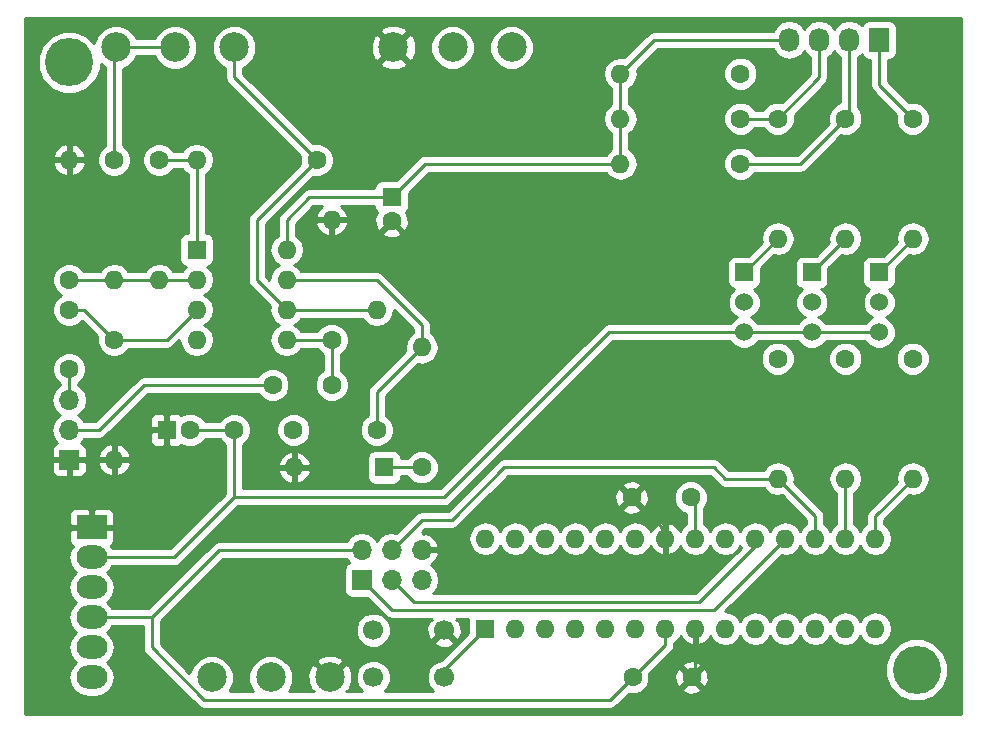
<source format=gtl>
G04 #@! TF.FileFunction,Copper,L1,Top,Signal*
%FSLAX46Y46*%
G04 Gerber Fmt 4.6, Leading zero omitted, Abs format (unit mm)*
G04 Created by KiCad (PCBNEW 4.0.5) date 02/13/17 16:43:30*
%MOMM*%
%LPD*%
G01*
G04 APERTURE LIST*
%ADD10C,0.100000*%
%ADD11C,1.600000*%
%ADD12R,1.600000X1.600000*%
%ADD13O,1.600000X1.600000*%
%ADD14R,2.600000X2.000000*%
%ADD15O,2.600000X2.000000*%
%ADD16R,1.700000X1.700000*%
%ADD17O,1.700000X1.700000*%
%ADD18R,1.727200X2.032000*%
%ADD19O,1.727200X2.032000*%
%ADD20C,2.499360*%
%ADD21C,1.524000*%
%ADD22R,1.524000X1.524000*%
%ADD23C,1.700000*%
%ADD24C,4.064000*%
%ADD25C,0.250000*%
%ADD26C,0.254000*%
G04 APERTURE END LIST*
D10*
D11*
X85725000Y-67945000D03*
X85725000Y-72945000D03*
X107950000Y-74295000D03*
X102950000Y-74295000D03*
D12*
X113030000Y-58420000D03*
D11*
X113030000Y-60420000D03*
D12*
X93980000Y-78105000D03*
D11*
X95980000Y-78105000D03*
X99695000Y-78105000D03*
X104695000Y-78105000D03*
X138430000Y-99060000D03*
X133430000Y-99060000D03*
X133350000Y-83820000D03*
X138350000Y-83820000D03*
D12*
X112395000Y-81280000D03*
D13*
X104775000Y-81280000D03*
D12*
X120967500Y-94932500D03*
D13*
X153987500Y-87312500D03*
X123507500Y-94932500D03*
X151447500Y-87312500D03*
X126047500Y-94932500D03*
X148907500Y-87312500D03*
X128587500Y-94932500D03*
X146367500Y-87312500D03*
X131127500Y-94932500D03*
X143827500Y-87312500D03*
X133667500Y-94932500D03*
X141287500Y-87312500D03*
X136207500Y-94932500D03*
X138747500Y-87312500D03*
X138747500Y-94932500D03*
X136207500Y-87312500D03*
X141287500Y-94932500D03*
X133667500Y-87312500D03*
X143827500Y-94932500D03*
X131127500Y-87312500D03*
X146367500Y-94932500D03*
X128587500Y-87312500D03*
X148907500Y-94932500D03*
X126047500Y-87312500D03*
X151447500Y-94932500D03*
X123507500Y-87312500D03*
X153987500Y-94932500D03*
X120967500Y-87312500D03*
D14*
X87630000Y-86360000D03*
D15*
X87630000Y-88900000D03*
X87630000Y-91440000D03*
X87630000Y-93980000D03*
X87630000Y-96520000D03*
X87630000Y-99060000D03*
D16*
X85725000Y-80645000D03*
D17*
X85725000Y-78105000D03*
X85725000Y-75565000D03*
D18*
X154305000Y-45085000D03*
D19*
X151765000Y-45085000D03*
X149225000Y-45085000D03*
X146685000Y-45085000D03*
D16*
X110490000Y-90805000D03*
D17*
X110490000Y-88265000D03*
X113030000Y-90805000D03*
X113030000Y-88265000D03*
X115570000Y-90805000D03*
X115570000Y-88265000D03*
D11*
X107950000Y-70485000D03*
D13*
X107950000Y-60325000D03*
D11*
X93345000Y-55245000D03*
D13*
X93345000Y-65405000D03*
D11*
X85725000Y-65405000D03*
D13*
X85725000Y-55245000D03*
D11*
X106680000Y-55245000D03*
D13*
X96520000Y-55245000D03*
D11*
X89535000Y-55245000D03*
D13*
X89535000Y-65405000D03*
D11*
X111760000Y-78105000D03*
D13*
X111760000Y-67945000D03*
D11*
X115570000Y-81280000D03*
D13*
X115570000Y-71120000D03*
D11*
X157162500Y-72072500D03*
D13*
X157162500Y-82232500D03*
D11*
X151447500Y-72072500D03*
D13*
X151447500Y-82232500D03*
D11*
X145732500Y-72072500D03*
D13*
X145732500Y-82232500D03*
D11*
X157162500Y-51752500D03*
D13*
X157162500Y-61912500D03*
D11*
X151447500Y-51752500D03*
D13*
X151447500Y-61912500D03*
D11*
X145732500Y-51752500D03*
D13*
X145732500Y-61912500D03*
D11*
X142557500Y-47942500D03*
D13*
X132397500Y-47942500D03*
D11*
X142557500Y-55562500D03*
D13*
X132397500Y-55562500D03*
D11*
X142557500Y-51752500D03*
D13*
X132397500Y-51752500D03*
D20*
X102791260Y-99060000D03*
X107792520Y-99060000D03*
X97790000Y-99060000D03*
D12*
X96520000Y-62865000D03*
D13*
X104140000Y-70485000D03*
X96520000Y-65405000D03*
X104140000Y-67945000D03*
X96520000Y-67945000D03*
X104140000Y-65405000D03*
X96520000Y-70485000D03*
X104140000Y-62865000D03*
D20*
X94693740Y-45720000D03*
X89692480Y-45720000D03*
X99695000Y-45720000D03*
D11*
X89535000Y-70485000D03*
D13*
X89535000Y-80645000D03*
D21*
X154305000Y-67310000D03*
X154305000Y-69850000D03*
D22*
X154305000Y-64770000D03*
D21*
X148590000Y-67310000D03*
X148590000Y-69850000D03*
D22*
X148590000Y-64770000D03*
D21*
X142875000Y-67310000D03*
X142875000Y-69850000D03*
D22*
X142875000Y-64770000D03*
D23*
X111475000Y-95060000D03*
X117475000Y-95060000D03*
X111475000Y-99060000D03*
X117475000Y-99060000D03*
D20*
X118188740Y-45720000D03*
X113187480Y-45720000D03*
X123190000Y-45720000D03*
D24*
X157480000Y-98425000D03*
X85725000Y-46990000D03*
D25*
X85725000Y-67945000D02*
X86995000Y-67945000D01*
X86995000Y-67945000D02*
X89535000Y-70485000D01*
X89535000Y-70485000D02*
X93980000Y-70485000D01*
X93980000Y-70485000D02*
X96520000Y-67945000D01*
X85725000Y-75565000D02*
X85725000Y-72945000D01*
X107950000Y-74295000D02*
X107950000Y-70485000D01*
X107950000Y-70485000D02*
X104140000Y-70485000D01*
X85725000Y-78105000D02*
X88265000Y-78105000D01*
X92075000Y-74295000D02*
X102950000Y-74295000D01*
X88265000Y-78105000D02*
X92075000Y-74295000D01*
X132397500Y-55562500D02*
X132397500Y-51752500D01*
X132397500Y-55562500D02*
X115887500Y-55562500D01*
X115887500Y-55562500D02*
X113030000Y-58420000D01*
X104140000Y-62865000D02*
X104140000Y-60325000D01*
X106045000Y-58420000D02*
X113030000Y-58420000D01*
X104140000Y-60325000D02*
X106045000Y-58420000D01*
X132397500Y-47942500D02*
X135255000Y-45085000D01*
X135255000Y-45085000D02*
X146685000Y-45085000D01*
X132397500Y-47942500D02*
X132397500Y-55562500D01*
X136207500Y-87312500D02*
X136207500Y-86677500D01*
X136207500Y-86677500D02*
X133350000Y-83820000D01*
X138747500Y-94932500D02*
X138747500Y-98742500D01*
X138747500Y-98742500D02*
X138430000Y-99060000D01*
X148590000Y-69850000D02*
X154305000Y-69850000D01*
X142875000Y-69850000D02*
X148590000Y-69850000D01*
X87630000Y-88900000D02*
X94615000Y-88900000D01*
X94615000Y-88900000D02*
X99695000Y-83820000D01*
X99695000Y-83820000D02*
X117475000Y-83820000D01*
X117475000Y-83820000D02*
X131445000Y-69850000D01*
X131445000Y-69850000D02*
X142875000Y-69850000D01*
X94615000Y-88900000D02*
X99695000Y-83820000D01*
X99695000Y-83820000D02*
X99695000Y-78105000D01*
X94615000Y-88900000D02*
X99695000Y-83820000D01*
X95980000Y-78105000D02*
X99695000Y-78105000D01*
X92710000Y-93980000D02*
X92710000Y-96520000D01*
X131525000Y-100965000D02*
X133430000Y-99060000D01*
X97155000Y-100965000D02*
X131525000Y-100965000D01*
X92710000Y-96520000D02*
X97155000Y-100965000D01*
X87630000Y-93980000D02*
X92710000Y-93980000D01*
X98425000Y-88265000D02*
X110490000Y-88265000D01*
X92710000Y-93980000D02*
X98425000Y-88265000D01*
X136207500Y-94932500D02*
X136207500Y-96282500D01*
X136207500Y-96282500D02*
X133430000Y-99060000D01*
X138747500Y-87312500D02*
X138747500Y-84217500D01*
X138747500Y-84217500D02*
X138350000Y-83820000D01*
X112395000Y-81280000D02*
X115570000Y-81280000D01*
X117475000Y-99060000D02*
X117475000Y-98425000D01*
X117475000Y-98425000D02*
X120967500Y-94932500D01*
X153987500Y-87312500D02*
X153987500Y-85407500D01*
X153987500Y-85407500D02*
X157162500Y-82232500D01*
X151447500Y-87312500D02*
X151447500Y-82232500D01*
X145732500Y-82232500D02*
X141287500Y-82232500D01*
X115570000Y-85725000D02*
X113030000Y-88265000D01*
X118110000Y-85725000D02*
X115570000Y-85725000D01*
X122555000Y-81280000D02*
X118110000Y-85725000D01*
X140335000Y-81280000D02*
X122555000Y-81280000D01*
X141287500Y-82232500D02*
X140335000Y-81280000D01*
X148907500Y-87312500D02*
X148907500Y-85407500D01*
X148907500Y-85407500D02*
X145732500Y-82232500D01*
X146367500Y-87312500D02*
X140335000Y-93345000D01*
X113030000Y-93345000D02*
X110490000Y-90805000D01*
X140335000Y-93345000D02*
X113030000Y-93345000D01*
X143827500Y-87312500D02*
X143827500Y-87947500D01*
X143827500Y-87947500D02*
X139065000Y-92710000D01*
X139065000Y-92710000D02*
X114935000Y-92710000D01*
X114935000Y-92710000D02*
X113030000Y-90805000D01*
X154305000Y-45085000D02*
X154305000Y-48895000D01*
X154305000Y-48895000D02*
X157162500Y-51752500D01*
X151765000Y-45085000D02*
X151765000Y-51435000D01*
X151765000Y-51435000D02*
X151447500Y-51752500D01*
X142557500Y-55562500D02*
X147637500Y-55562500D01*
X147637500Y-55562500D02*
X151447500Y-51752500D01*
X149225000Y-45085000D02*
X149225000Y-48260000D01*
X149225000Y-48260000D02*
X145732500Y-51752500D01*
X142557500Y-51752500D02*
X145732500Y-51752500D01*
X93345000Y-55245000D02*
X96520000Y-55245000D01*
X96520000Y-55245000D02*
X96520000Y-62865000D01*
X85725000Y-65405000D02*
X89535000Y-65405000D01*
X89535000Y-65405000D02*
X93345000Y-65405000D01*
X93345000Y-65405000D02*
X96520000Y-65405000D01*
X111760000Y-67945000D02*
X104140000Y-67945000D01*
X99695000Y-45720000D02*
X99695000Y-48260000D01*
X99695000Y-48260000D02*
X106680000Y-55245000D01*
X106680000Y-55245000D02*
X101600000Y-60325000D01*
X101600000Y-60325000D02*
X101600000Y-65405000D01*
X101600000Y-65405000D02*
X104140000Y-67945000D01*
X94693740Y-45720000D02*
X89692480Y-45720000D01*
X89692480Y-45720000D02*
X89535000Y-45877480D01*
X89535000Y-45877480D02*
X89535000Y-55245000D01*
X111760000Y-78105000D02*
X111760000Y-74930000D01*
X111760000Y-74930000D02*
X115570000Y-71120000D01*
X104140000Y-65405000D02*
X111760000Y-65405000D01*
X115570000Y-69215000D02*
X115570000Y-71120000D01*
X111760000Y-65405000D02*
X115570000Y-69215000D01*
X154305000Y-64770000D02*
X157162500Y-61912500D01*
X148590000Y-64770000D02*
X151447500Y-61912500D01*
X142875000Y-64770000D02*
X145732500Y-61912500D01*
D26*
G36*
X161215000Y-102160000D02*
X81990000Y-102160000D01*
X81990000Y-88900000D01*
X85657091Y-88900000D01*
X85781548Y-89525687D01*
X86135971Y-90056120D01*
X86306405Y-90170000D01*
X86135971Y-90283880D01*
X85781548Y-90814313D01*
X85657091Y-91440000D01*
X85781548Y-92065687D01*
X86135971Y-92596120D01*
X86306405Y-92710000D01*
X86135971Y-92823880D01*
X85781548Y-93354313D01*
X85657091Y-93980000D01*
X85781548Y-94605687D01*
X86135971Y-95136120D01*
X86306405Y-95250000D01*
X86135971Y-95363880D01*
X85781548Y-95894313D01*
X85657091Y-96520000D01*
X85781548Y-97145687D01*
X86135971Y-97676120D01*
X86306405Y-97790000D01*
X86135971Y-97903880D01*
X85781548Y-98434313D01*
X85657091Y-99060000D01*
X85781548Y-99685687D01*
X86135971Y-100216120D01*
X86666404Y-100570543D01*
X87292091Y-100695000D01*
X87967909Y-100695000D01*
X88593596Y-100570543D01*
X89124029Y-100216120D01*
X89478452Y-99685687D01*
X89602909Y-99060000D01*
X89478452Y-98434313D01*
X89124029Y-97903880D01*
X88953595Y-97790000D01*
X89124029Y-97676120D01*
X89478452Y-97145687D01*
X89602909Y-96520000D01*
X89478452Y-95894313D01*
X89124029Y-95363880D01*
X88953595Y-95250000D01*
X89124029Y-95136120D01*
X89388707Y-94740000D01*
X91950000Y-94740000D01*
X91950000Y-96520000D01*
X92007852Y-96810839D01*
X92172599Y-97057401D01*
X96617599Y-101502401D01*
X96864160Y-101667148D01*
X97155000Y-101725000D01*
X131525000Y-101725000D01*
X131815839Y-101667148D01*
X132062401Y-101502401D01*
X133091546Y-100473256D01*
X133143309Y-100494750D01*
X133714187Y-100495248D01*
X134241800Y-100277243D01*
X134451663Y-100067745D01*
X137601861Y-100067745D01*
X137675995Y-100313864D01*
X138213223Y-100506965D01*
X138783454Y-100479778D01*
X139184005Y-100313864D01*
X139258139Y-100067745D01*
X138430000Y-99239605D01*
X137601861Y-100067745D01*
X134451663Y-100067745D01*
X134645824Y-99873923D01*
X134864750Y-99346691D01*
X134865189Y-98843223D01*
X136983035Y-98843223D01*
X137010222Y-99413454D01*
X137176136Y-99814005D01*
X137422255Y-99888139D01*
X138250395Y-99060000D01*
X138609605Y-99060000D01*
X139437745Y-99888139D01*
X139683864Y-99814005D01*
X139876965Y-99276777D01*
X139861537Y-98953172D01*
X154812538Y-98953172D01*
X155217709Y-99933761D01*
X155967293Y-100684655D01*
X156947173Y-101091536D01*
X158008172Y-101092462D01*
X158988761Y-100687291D01*
X159739655Y-99937707D01*
X160146536Y-98957827D01*
X160147462Y-97896828D01*
X159742291Y-96916239D01*
X158992707Y-96165345D01*
X158012827Y-95758464D01*
X156951828Y-95757538D01*
X155971239Y-96162709D01*
X155220345Y-96912293D01*
X154813464Y-97892173D01*
X154812538Y-98953172D01*
X139861537Y-98953172D01*
X139849778Y-98706546D01*
X139683864Y-98305995D01*
X139437745Y-98231861D01*
X138609605Y-99060000D01*
X138250395Y-99060000D01*
X137422255Y-98231861D01*
X137176136Y-98305995D01*
X136983035Y-98843223D01*
X134865189Y-98843223D01*
X134865248Y-98775813D01*
X134842951Y-98721851D01*
X135512547Y-98052255D01*
X137601861Y-98052255D01*
X138430000Y-98880395D01*
X139258139Y-98052255D01*
X139184005Y-97806136D01*
X138646777Y-97613035D01*
X138076546Y-97640222D01*
X137675995Y-97806136D01*
X137601861Y-98052255D01*
X135512547Y-98052255D01*
X136744901Y-96819901D01*
X136909648Y-96573340D01*
X136967500Y-96282500D01*
X136967500Y-96145495D01*
X137222198Y-95975311D01*
X137492486Y-95570797D01*
X137595111Y-95787634D01*
X138010077Y-96163541D01*
X138398461Y-96324404D01*
X138620500Y-96202415D01*
X138620500Y-95059500D01*
X138600500Y-95059500D01*
X138600500Y-94805500D01*
X138620500Y-94805500D01*
X138620500Y-94785500D01*
X138874500Y-94785500D01*
X138874500Y-94805500D01*
X138894500Y-94805500D01*
X138894500Y-95059500D01*
X138874500Y-95059500D01*
X138874500Y-96202415D01*
X139096539Y-96324404D01*
X139484923Y-96163541D01*
X139899889Y-95787634D01*
X140002514Y-95570797D01*
X140272802Y-95975311D01*
X140738349Y-96286380D01*
X141287500Y-96395613D01*
X141836651Y-96286380D01*
X142302198Y-95975311D01*
X142557500Y-95593225D01*
X142812802Y-95975311D01*
X143278349Y-96286380D01*
X143827500Y-96395613D01*
X144376651Y-96286380D01*
X144842198Y-95975311D01*
X145097500Y-95593225D01*
X145352802Y-95975311D01*
X145818349Y-96286380D01*
X146367500Y-96395613D01*
X146916651Y-96286380D01*
X147382198Y-95975311D01*
X147637500Y-95593225D01*
X147892802Y-95975311D01*
X148358349Y-96286380D01*
X148907500Y-96395613D01*
X149456651Y-96286380D01*
X149922198Y-95975311D01*
X150177500Y-95593225D01*
X150432802Y-95975311D01*
X150898349Y-96286380D01*
X151447500Y-96395613D01*
X151996651Y-96286380D01*
X152462198Y-95975311D01*
X152717500Y-95593225D01*
X152972802Y-95975311D01*
X153438349Y-96286380D01*
X153987500Y-96395613D01*
X154536651Y-96286380D01*
X155002198Y-95975311D01*
X155313267Y-95509764D01*
X155422500Y-94960613D01*
X155422500Y-94904387D01*
X155313267Y-94355236D01*
X155002198Y-93889689D01*
X154536651Y-93578620D01*
X153987500Y-93469387D01*
X153438349Y-93578620D01*
X152972802Y-93889689D01*
X152717500Y-94271775D01*
X152462198Y-93889689D01*
X151996651Y-93578620D01*
X151447500Y-93469387D01*
X150898349Y-93578620D01*
X150432802Y-93889689D01*
X150177500Y-94271775D01*
X149922198Y-93889689D01*
X149456651Y-93578620D01*
X148907500Y-93469387D01*
X148358349Y-93578620D01*
X147892802Y-93889689D01*
X147637500Y-94271775D01*
X147382198Y-93889689D01*
X146916651Y-93578620D01*
X146367500Y-93469387D01*
X145818349Y-93578620D01*
X145352802Y-93889689D01*
X145097500Y-94271775D01*
X144842198Y-93889689D01*
X144376651Y-93578620D01*
X143827500Y-93469387D01*
X143278349Y-93578620D01*
X142812802Y-93889689D01*
X142557500Y-94271775D01*
X142302198Y-93889689D01*
X141836651Y-93578620D01*
X141287500Y-93469387D01*
X141284897Y-93469905D01*
X146043614Y-88711188D01*
X146367500Y-88775613D01*
X146916651Y-88666380D01*
X147382198Y-88355311D01*
X147637500Y-87973225D01*
X147892802Y-88355311D01*
X148358349Y-88666380D01*
X148907500Y-88775613D01*
X149456651Y-88666380D01*
X149922198Y-88355311D01*
X150177500Y-87973225D01*
X150432802Y-88355311D01*
X150898349Y-88666380D01*
X151447500Y-88775613D01*
X151996651Y-88666380D01*
X152462198Y-88355311D01*
X152717500Y-87973225D01*
X152972802Y-88355311D01*
X153438349Y-88666380D01*
X153987500Y-88775613D01*
X154536651Y-88666380D01*
X155002198Y-88355311D01*
X155313267Y-87889764D01*
X155422500Y-87340613D01*
X155422500Y-87284387D01*
X155313267Y-86735236D01*
X155002198Y-86269689D01*
X154747500Y-86099505D01*
X154747500Y-85722302D01*
X156838614Y-83631188D01*
X157162500Y-83695613D01*
X157711651Y-83586380D01*
X158177198Y-83275311D01*
X158488267Y-82809764D01*
X158597500Y-82260613D01*
X158597500Y-82204387D01*
X158488267Y-81655236D01*
X158177198Y-81189689D01*
X157711651Y-80878620D01*
X157162500Y-80769387D01*
X156613349Y-80878620D01*
X156147802Y-81189689D01*
X155836733Y-81655236D01*
X155727500Y-82204387D01*
X155727500Y-82260613D01*
X155782596Y-82537602D01*
X153450099Y-84870099D01*
X153285352Y-85116661D01*
X153227500Y-85407500D01*
X153227500Y-86099505D01*
X152972802Y-86269689D01*
X152717500Y-86651775D01*
X152462198Y-86269689D01*
X152207500Y-86099505D01*
X152207500Y-83445495D01*
X152462198Y-83275311D01*
X152773267Y-82809764D01*
X152882500Y-82260613D01*
X152882500Y-82204387D01*
X152773267Y-81655236D01*
X152462198Y-81189689D01*
X151996651Y-80878620D01*
X151447500Y-80769387D01*
X150898349Y-80878620D01*
X150432802Y-81189689D01*
X150121733Y-81655236D01*
X150012500Y-82204387D01*
X150012500Y-82260613D01*
X150121733Y-82809764D01*
X150432802Y-83275311D01*
X150687500Y-83445495D01*
X150687500Y-86099505D01*
X150432802Y-86269689D01*
X150177500Y-86651775D01*
X149922198Y-86269689D01*
X149667500Y-86099505D01*
X149667500Y-85407500D01*
X149609648Y-85116661D01*
X149444901Y-84870099D01*
X147112404Y-82537602D01*
X147167500Y-82260613D01*
X147167500Y-82204387D01*
X147058267Y-81655236D01*
X146747198Y-81189689D01*
X146281651Y-80878620D01*
X145732500Y-80769387D01*
X145183349Y-80878620D01*
X144717802Y-81189689D01*
X144528833Y-81472500D01*
X141602302Y-81472500D01*
X140872401Y-80742599D01*
X140625839Y-80577852D01*
X140335000Y-80520000D01*
X122555000Y-80520000D01*
X122264160Y-80577852D01*
X122017599Y-80742599D01*
X117795198Y-84965000D01*
X115570000Y-84965000D01*
X115327414Y-85013254D01*
X115279160Y-85022852D01*
X115032599Y-85187599D01*
X113396408Y-86823790D01*
X113030000Y-86750907D01*
X112461715Y-86863946D01*
X111979946Y-87185853D01*
X111760000Y-87515026D01*
X111540054Y-87185853D01*
X111058285Y-86863946D01*
X110490000Y-86750907D01*
X109921715Y-86863946D01*
X109439946Y-87185853D01*
X109226699Y-87505000D01*
X98425000Y-87505000D01*
X98134161Y-87562852D01*
X97887599Y-87727598D01*
X92395198Y-93220000D01*
X89388707Y-93220000D01*
X89124029Y-92823880D01*
X88953595Y-92710000D01*
X89124029Y-92596120D01*
X89478452Y-92065687D01*
X89602909Y-91440000D01*
X89478452Y-90814313D01*
X89124029Y-90283880D01*
X88953595Y-90170000D01*
X89124029Y-90056120D01*
X89388707Y-89660000D01*
X94615000Y-89660000D01*
X94905839Y-89602148D01*
X95152401Y-89437401D01*
X100009802Y-84580000D01*
X117475000Y-84580000D01*
X117765839Y-84522148D01*
X118012401Y-84357401D01*
X130013115Y-72356687D01*
X144297252Y-72356687D01*
X144515257Y-72884300D01*
X144918577Y-73288324D01*
X145445809Y-73507250D01*
X146016687Y-73507748D01*
X146544300Y-73289743D01*
X146948324Y-72886423D01*
X147167250Y-72359191D01*
X147167252Y-72356687D01*
X150012252Y-72356687D01*
X150230257Y-72884300D01*
X150633577Y-73288324D01*
X151160809Y-73507250D01*
X151731687Y-73507748D01*
X152259300Y-73289743D01*
X152663324Y-72886423D01*
X152882250Y-72359191D01*
X152882252Y-72356687D01*
X155727252Y-72356687D01*
X155945257Y-72884300D01*
X156348577Y-73288324D01*
X156875809Y-73507250D01*
X157446687Y-73507748D01*
X157974300Y-73289743D01*
X158378324Y-72886423D01*
X158597250Y-72359191D01*
X158597748Y-71788313D01*
X158379743Y-71260700D01*
X157976423Y-70856676D01*
X157449191Y-70637750D01*
X156878313Y-70637252D01*
X156350700Y-70855257D01*
X155946676Y-71258577D01*
X155727750Y-71785809D01*
X155727252Y-72356687D01*
X152882252Y-72356687D01*
X152882748Y-71788313D01*
X152664743Y-71260700D01*
X152261423Y-70856676D01*
X151734191Y-70637750D01*
X151163313Y-70637252D01*
X150635700Y-70855257D01*
X150231676Y-71258577D01*
X150012750Y-71785809D01*
X150012252Y-72356687D01*
X147167252Y-72356687D01*
X147167748Y-71788313D01*
X146949743Y-71260700D01*
X146546423Y-70856676D01*
X146019191Y-70637750D01*
X145448313Y-70637252D01*
X144920700Y-70855257D01*
X144516676Y-71258577D01*
X144297750Y-71785809D01*
X144297252Y-72356687D01*
X130013115Y-72356687D01*
X131759802Y-70610000D01*
X141677469Y-70610000D01*
X141689990Y-70640303D01*
X142082630Y-71033629D01*
X142595900Y-71246757D01*
X143151661Y-71247242D01*
X143665303Y-71035010D01*
X144058629Y-70642370D01*
X144072070Y-70610000D01*
X147392469Y-70610000D01*
X147404990Y-70640303D01*
X147797630Y-71033629D01*
X148310900Y-71246757D01*
X148866661Y-71247242D01*
X149380303Y-71035010D01*
X149773629Y-70642370D01*
X149787070Y-70610000D01*
X153107469Y-70610000D01*
X153119990Y-70640303D01*
X153512630Y-71033629D01*
X154025900Y-71246757D01*
X154581661Y-71247242D01*
X155095303Y-71035010D01*
X155488629Y-70642370D01*
X155701757Y-70129100D01*
X155702242Y-69573339D01*
X155490010Y-69059697D01*
X155097370Y-68666371D01*
X154889488Y-68580051D01*
X155095303Y-68495010D01*
X155488629Y-68102370D01*
X155701757Y-67589100D01*
X155702242Y-67033339D01*
X155490010Y-66519697D01*
X155137167Y-66166237D01*
X155302317Y-66135162D01*
X155518441Y-65996090D01*
X155663431Y-65783890D01*
X155714440Y-65532000D01*
X155714440Y-64435362D01*
X156838614Y-63311188D01*
X157162500Y-63375613D01*
X157711651Y-63266380D01*
X158177198Y-62955311D01*
X158488267Y-62489764D01*
X158597500Y-61940613D01*
X158597500Y-61884387D01*
X158488267Y-61335236D01*
X158177198Y-60869689D01*
X157711651Y-60558620D01*
X157162500Y-60449387D01*
X156613349Y-60558620D01*
X156147802Y-60869689D01*
X155836733Y-61335236D01*
X155727500Y-61884387D01*
X155727500Y-61940613D01*
X155782596Y-62217602D01*
X154639638Y-63360560D01*
X153543000Y-63360560D01*
X153307683Y-63404838D01*
X153091559Y-63543910D01*
X152946569Y-63756110D01*
X152895560Y-64008000D01*
X152895560Y-65532000D01*
X152939838Y-65767317D01*
X153078910Y-65983441D01*
X153291110Y-66128431D01*
X153474124Y-66165492D01*
X153121371Y-66517630D01*
X152908243Y-67030900D01*
X152907758Y-67586661D01*
X153119990Y-68100303D01*
X153512630Y-68493629D01*
X153720512Y-68579949D01*
X153514697Y-68664990D01*
X153121371Y-69057630D01*
X153107930Y-69090000D01*
X149787531Y-69090000D01*
X149775010Y-69059697D01*
X149382370Y-68666371D01*
X149174488Y-68580051D01*
X149380303Y-68495010D01*
X149773629Y-68102370D01*
X149986757Y-67589100D01*
X149987242Y-67033339D01*
X149775010Y-66519697D01*
X149422167Y-66166237D01*
X149587317Y-66135162D01*
X149803441Y-65996090D01*
X149948431Y-65783890D01*
X149999440Y-65532000D01*
X149999440Y-64435362D01*
X151123614Y-63311188D01*
X151447500Y-63375613D01*
X151996651Y-63266380D01*
X152462198Y-62955311D01*
X152773267Y-62489764D01*
X152882500Y-61940613D01*
X152882500Y-61884387D01*
X152773267Y-61335236D01*
X152462198Y-60869689D01*
X151996651Y-60558620D01*
X151447500Y-60449387D01*
X150898349Y-60558620D01*
X150432802Y-60869689D01*
X150121733Y-61335236D01*
X150012500Y-61884387D01*
X150012500Y-61940613D01*
X150067596Y-62217602D01*
X148924638Y-63360560D01*
X147828000Y-63360560D01*
X147592683Y-63404838D01*
X147376559Y-63543910D01*
X147231569Y-63756110D01*
X147180560Y-64008000D01*
X147180560Y-65532000D01*
X147224838Y-65767317D01*
X147363910Y-65983441D01*
X147576110Y-66128431D01*
X147759124Y-66165492D01*
X147406371Y-66517630D01*
X147193243Y-67030900D01*
X147192758Y-67586661D01*
X147404990Y-68100303D01*
X147797630Y-68493629D01*
X148005512Y-68579949D01*
X147799697Y-68664990D01*
X147406371Y-69057630D01*
X147392930Y-69090000D01*
X144072531Y-69090000D01*
X144060010Y-69059697D01*
X143667370Y-68666371D01*
X143459488Y-68580051D01*
X143665303Y-68495010D01*
X144058629Y-68102370D01*
X144271757Y-67589100D01*
X144272242Y-67033339D01*
X144060010Y-66519697D01*
X143707167Y-66166237D01*
X143872317Y-66135162D01*
X144088441Y-65996090D01*
X144233431Y-65783890D01*
X144284440Y-65532000D01*
X144284440Y-64435362D01*
X145408614Y-63311188D01*
X145732500Y-63375613D01*
X146281651Y-63266380D01*
X146747198Y-62955311D01*
X147058267Y-62489764D01*
X147167500Y-61940613D01*
X147167500Y-61884387D01*
X147058267Y-61335236D01*
X146747198Y-60869689D01*
X146281651Y-60558620D01*
X145732500Y-60449387D01*
X145183349Y-60558620D01*
X144717802Y-60869689D01*
X144406733Y-61335236D01*
X144297500Y-61884387D01*
X144297500Y-61940613D01*
X144352596Y-62217602D01*
X143209638Y-63360560D01*
X142113000Y-63360560D01*
X141877683Y-63404838D01*
X141661559Y-63543910D01*
X141516569Y-63756110D01*
X141465560Y-64008000D01*
X141465560Y-65532000D01*
X141509838Y-65767317D01*
X141648910Y-65983441D01*
X141861110Y-66128431D01*
X142044124Y-66165492D01*
X141691371Y-66517630D01*
X141478243Y-67030900D01*
X141477758Y-67586661D01*
X141689990Y-68100303D01*
X142082630Y-68493629D01*
X142290512Y-68579949D01*
X142084697Y-68664990D01*
X141691371Y-69057630D01*
X141677930Y-69090000D01*
X131445000Y-69090000D01*
X131202414Y-69138254D01*
X131154160Y-69147852D01*
X130907599Y-69312599D01*
X117160198Y-83060000D01*
X100455000Y-83060000D01*
X100455000Y-81629039D01*
X103383096Y-81629039D01*
X103543959Y-82017423D01*
X103919866Y-82432389D01*
X104425959Y-82671914D01*
X104648000Y-82550629D01*
X104648000Y-81407000D01*
X104902000Y-81407000D01*
X104902000Y-82550629D01*
X105124041Y-82671914D01*
X105630134Y-82432389D01*
X106006041Y-82017423D01*
X106166904Y-81629039D01*
X106044915Y-81407000D01*
X104902000Y-81407000D01*
X104648000Y-81407000D01*
X103505085Y-81407000D01*
X103383096Y-81629039D01*
X100455000Y-81629039D01*
X100455000Y-80930961D01*
X103383096Y-80930961D01*
X103505085Y-81153000D01*
X104648000Y-81153000D01*
X104648000Y-80009371D01*
X104902000Y-80009371D01*
X104902000Y-81153000D01*
X106044915Y-81153000D01*
X106166904Y-80930961D01*
X106006041Y-80542577D01*
X105949355Y-80480000D01*
X110947560Y-80480000D01*
X110947560Y-82080000D01*
X110991838Y-82315317D01*
X111130910Y-82531441D01*
X111343110Y-82676431D01*
X111595000Y-82727440D01*
X113195000Y-82727440D01*
X113430317Y-82683162D01*
X113646441Y-82544090D01*
X113791431Y-82331890D01*
X113842440Y-82080000D01*
X113842440Y-82040000D01*
X114331354Y-82040000D01*
X114352757Y-82091800D01*
X114756077Y-82495824D01*
X115283309Y-82714750D01*
X115854187Y-82715248D01*
X116381800Y-82497243D01*
X116785824Y-82093923D01*
X117004750Y-81566691D01*
X117005248Y-80995813D01*
X116787243Y-80468200D01*
X116383923Y-80064176D01*
X115856691Y-79845250D01*
X115285813Y-79844752D01*
X114758200Y-80062757D01*
X114354176Y-80466077D01*
X114331785Y-80520000D01*
X113842440Y-80520000D01*
X113842440Y-80480000D01*
X113798162Y-80244683D01*
X113659090Y-80028559D01*
X113446890Y-79883569D01*
X113195000Y-79832560D01*
X111595000Y-79832560D01*
X111359683Y-79876838D01*
X111143559Y-80015910D01*
X110998569Y-80228110D01*
X110947560Y-80480000D01*
X105949355Y-80480000D01*
X105630134Y-80127611D01*
X105124041Y-79888086D01*
X104902000Y-80009371D01*
X104648000Y-80009371D01*
X104425959Y-79888086D01*
X103919866Y-80127611D01*
X103543959Y-80542577D01*
X103383096Y-80930961D01*
X100455000Y-80930961D01*
X100455000Y-79343646D01*
X100506800Y-79322243D01*
X100910824Y-78918923D01*
X101129750Y-78391691D01*
X101129752Y-78389187D01*
X103259752Y-78389187D01*
X103477757Y-78916800D01*
X103881077Y-79320824D01*
X104408309Y-79539750D01*
X104979187Y-79540248D01*
X105506800Y-79322243D01*
X105910824Y-78918923D01*
X106129750Y-78391691D01*
X106130248Y-77820813D01*
X105912243Y-77293200D01*
X105508923Y-76889176D01*
X104981691Y-76670250D01*
X104410813Y-76669752D01*
X103883200Y-76887757D01*
X103479176Y-77291077D01*
X103260250Y-77818309D01*
X103259752Y-78389187D01*
X101129752Y-78389187D01*
X101130248Y-77820813D01*
X100912243Y-77293200D01*
X100508923Y-76889176D01*
X99981691Y-76670250D01*
X99410813Y-76669752D01*
X98883200Y-76887757D01*
X98479176Y-77291077D01*
X98456785Y-77345000D01*
X97218646Y-77345000D01*
X97197243Y-77293200D01*
X96793923Y-76889176D01*
X96266691Y-76670250D01*
X95695813Y-76669752D01*
X95233713Y-76860688D01*
X95139698Y-76766673D01*
X94906309Y-76670000D01*
X94265750Y-76670000D01*
X94107000Y-76828750D01*
X94107000Y-77978000D01*
X94127000Y-77978000D01*
X94127000Y-78232000D01*
X94107000Y-78232000D01*
X94107000Y-79381250D01*
X94265750Y-79540000D01*
X94906309Y-79540000D01*
X95139698Y-79443327D01*
X95233998Y-79349027D01*
X95693309Y-79539750D01*
X96264187Y-79540248D01*
X96791800Y-79322243D01*
X97195824Y-78918923D01*
X97218215Y-78865000D01*
X98456354Y-78865000D01*
X98477757Y-78916800D01*
X98881077Y-79320824D01*
X98935000Y-79343215D01*
X98935000Y-83505198D01*
X94300198Y-88140000D01*
X89388707Y-88140000D01*
X89240769Y-87918594D01*
X89289699Y-87898327D01*
X89468327Y-87719698D01*
X89565000Y-87486309D01*
X89565000Y-86645750D01*
X89406250Y-86487000D01*
X87757000Y-86487000D01*
X87757000Y-86507000D01*
X87503000Y-86507000D01*
X87503000Y-86487000D01*
X85853750Y-86487000D01*
X85695000Y-86645750D01*
X85695000Y-87486309D01*
X85791673Y-87719698D01*
X85970301Y-87898327D01*
X86019231Y-87918594D01*
X85781548Y-88274313D01*
X85657091Y-88900000D01*
X81990000Y-88900000D01*
X81990000Y-85233691D01*
X85695000Y-85233691D01*
X85695000Y-86074250D01*
X85853750Y-86233000D01*
X87503000Y-86233000D01*
X87503000Y-84883750D01*
X87757000Y-84883750D01*
X87757000Y-86233000D01*
X89406250Y-86233000D01*
X89565000Y-86074250D01*
X89565000Y-85233691D01*
X89468327Y-85000302D01*
X89289699Y-84821673D01*
X89056310Y-84725000D01*
X87915750Y-84725000D01*
X87757000Y-84883750D01*
X87503000Y-84883750D01*
X87344250Y-84725000D01*
X86203690Y-84725000D01*
X85970301Y-84821673D01*
X85791673Y-85000302D01*
X85695000Y-85233691D01*
X81990000Y-85233691D01*
X81990000Y-80930750D01*
X84240000Y-80930750D01*
X84240000Y-81621310D01*
X84336673Y-81854699D01*
X84515302Y-82033327D01*
X84748691Y-82130000D01*
X85439250Y-82130000D01*
X85598000Y-81971250D01*
X85598000Y-80772000D01*
X85852000Y-80772000D01*
X85852000Y-81971250D01*
X86010750Y-82130000D01*
X86701309Y-82130000D01*
X86934698Y-82033327D01*
X87113327Y-81854699D01*
X87210000Y-81621310D01*
X87210000Y-80994041D01*
X88143086Y-80994041D01*
X88382611Y-81500134D01*
X88797577Y-81876041D01*
X89185961Y-82036904D01*
X89408000Y-81914915D01*
X89408000Y-80772000D01*
X89662000Y-80772000D01*
X89662000Y-81914915D01*
X89884039Y-82036904D01*
X90272423Y-81876041D01*
X90687389Y-81500134D01*
X90926914Y-80994041D01*
X90805629Y-80772000D01*
X89662000Y-80772000D01*
X89408000Y-80772000D01*
X88264371Y-80772000D01*
X88143086Y-80994041D01*
X87210000Y-80994041D01*
X87210000Y-80930750D01*
X87051250Y-80772000D01*
X85852000Y-80772000D01*
X85598000Y-80772000D01*
X84398750Y-80772000D01*
X84240000Y-80930750D01*
X81990000Y-80930750D01*
X81990000Y-75565000D01*
X84210907Y-75565000D01*
X84323946Y-76133285D01*
X84645853Y-76615054D01*
X84975026Y-76835000D01*
X84645853Y-77054946D01*
X84323946Y-77536715D01*
X84210907Y-78105000D01*
X84323946Y-78673285D01*
X84645853Y-79155054D01*
X84689777Y-79184403D01*
X84515302Y-79256673D01*
X84336673Y-79435301D01*
X84240000Y-79668690D01*
X84240000Y-80359250D01*
X84398750Y-80518000D01*
X85598000Y-80518000D01*
X85598000Y-80498000D01*
X85852000Y-80498000D01*
X85852000Y-80518000D01*
X87051250Y-80518000D01*
X87210000Y-80359250D01*
X87210000Y-80295959D01*
X88143086Y-80295959D01*
X88264371Y-80518000D01*
X89408000Y-80518000D01*
X89408000Y-79375085D01*
X89662000Y-79375085D01*
X89662000Y-80518000D01*
X90805629Y-80518000D01*
X90926914Y-80295959D01*
X90687389Y-79789866D01*
X90272423Y-79413959D01*
X89884039Y-79253096D01*
X89662000Y-79375085D01*
X89408000Y-79375085D01*
X89185961Y-79253096D01*
X88797577Y-79413959D01*
X88382611Y-79789866D01*
X88143086Y-80295959D01*
X87210000Y-80295959D01*
X87210000Y-79668690D01*
X87113327Y-79435301D01*
X86934698Y-79256673D01*
X86760223Y-79184403D01*
X86804147Y-79155054D01*
X86997954Y-78865000D01*
X88265000Y-78865000D01*
X88555839Y-78807148D01*
X88802401Y-78642401D01*
X89054052Y-78390750D01*
X92545000Y-78390750D01*
X92545000Y-79031310D01*
X92641673Y-79264699D01*
X92820302Y-79443327D01*
X93053691Y-79540000D01*
X93694250Y-79540000D01*
X93853000Y-79381250D01*
X93853000Y-78232000D01*
X92703750Y-78232000D01*
X92545000Y-78390750D01*
X89054052Y-78390750D01*
X90266112Y-77178690D01*
X92545000Y-77178690D01*
X92545000Y-77819250D01*
X92703750Y-77978000D01*
X93853000Y-77978000D01*
X93853000Y-76828750D01*
X93694250Y-76670000D01*
X93053691Y-76670000D01*
X92820302Y-76766673D01*
X92641673Y-76945301D01*
X92545000Y-77178690D01*
X90266112Y-77178690D01*
X92389802Y-75055000D01*
X101711354Y-75055000D01*
X101732757Y-75106800D01*
X102136077Y-75510824D01*
X102663309Y-75729750D01*
X103234187Y-75730248D01*
X103761800Y-75512243D01*
X104165824Y-75108923D01*
X104384750Y-74581691D01*
X104385248Y-74010813D01*
X104167243Y-73483200D01*
X103763923Y-73079176D01*
X103236691Y-72860250D01*
X102665813Y-72859752D01*
X102138200Y-73077757D01*
X101734176Y-73481077D01*
X101711785Y-73535000D01*
X92075000Y-73535000D01*
X91784161Y-73592852D01*
X91537599Y-73757599D01*
X87950198Y-77345000D01*
X86997954Y-77345000D01*
X86804147Y-77054946D01*
X86474974Y-76835000D01*
X86804147Y-76615054D01*
X87126054Y-76133285D01*
X87239093Y-75565000D01*
X87126054Y-74996715D01*
X86804147Y-74514946D01*
X86485000Y-74301699D01*
X86485000Y-74183646D01*
X86536800Y-74162243D01*
X86940824Y-73758923D01*
X87159750Y-73231691D01*
X87160248Y-72660813D01*
X86942243Y-72133200D01*
X86538923Y-71729176D01*
X86011691Y-71510250D01*
X85440813Y-71509752D01*
X84913200Y-71727757D01*
X84509176Y-72131077D01*
X84290250Y-72658309D01*
X84289752Y-73229187D01*
X84507757Y-73756800D01*
X84911077Y-74160824D01*
X84965000Y-74183215D01*
X84965000Y-74301699D01*
X84645853Y-74514946D01*
X84323946Y-74996715D01*
X84210907Y-75565000D01*
X81990000Y-75565000D01*
X81990000Y-65689187D01*
X84289752Y-65689187D01*
X84507757Y-66216800D01*
X84911077Y-66620824D01*
X85041215Y-66674862D01*
X84913200Y-66727757D01*
X84509176Y-67131077D01*
X84290250Y-67658309D01*
X84289752Y-68229187D01*
X84507757Y-68756800D01*
X84911077Y-69160824D01*
X85438309Y-69379750D01*
X86009187Y-69380248D01*
X86536800Y-69162243D01*
X86837382Y-68862184D01*
X88121744Y-70146546D01*
X88100250Y-70198309D01*
X88099752Y-70769187D01*
X88317757Y-71296800D01*
X88721077Y-71700824D01*
X89248309Y-71919750D01*
X89819187Y-71920248D01*
X90346800Y-71702243D01*
X90750824Y-71298923D01*
X90773215Y-71245000D01*
X93980000Y-71245000D01*
X94270839Y-71187148D01*
X94517401Y-71022401D01*
X95057405Y-70482397D01*
X95056887Y-70485000D01*
X95166120Y-71034151D01*
X95477189Y-71499698D01*
X95942736Y-71810767D01*
X96491887Y-71920000D01*
X96548113Y-71920000D01*
X97097264Y-71810767D01*
X97562811Y-71499698D01*
X97873880Y-71034151D01*
X97983113Y-70485000D01*
X97873880Y-69935849D01*
X97562811Y-69470302D01*
X97180725Y-69215000D01*
X97562811Y-68959698D01*
X97873880Y-68494151D01*
X97983113Y-67945000D01*
X97873880Y-67395849D01*
X97562811Y-66930302D01*
X97180725Y-66675000D01*
X97562811Y-66419698D01*
X97873880Y-65954151D01*
X97983113Y-65405000D01*
X97873880Y-64855849D01*
X97562811Y-64390302D01*
X97418535Y-64293899D01*
X97555317Y-64268162D01*
X97771441Y-64129090D01*
X97916431Y-63916890D01*
X97967440Y-63665000D01*
X97967440Y-62065000D01*
X97923162Y-61829683D01*
X97784090Y-61613559D01*
X97571890Y-61468569D01*
X97320000Y-61417560D01*
X97280000Y-61417560D01*
X97280000Y-56448667D01*
X97562811Y-56259698D01*
X97873880Y-55794151D01*
X97983113Y-55245000D01*
X97873880Y-54695849D01*
X97562811Y-54230302D01*
X97097264Y-53919233D01*
X96548113Y-53810000D01*
X96491887Y-53810000D01*
X95942736Y-53919233D01*
X95477189Y-54230302D01*
X95307005Y-54485000D01*
X94583646Y-54485000D01*
X94562243Y-54433200D01*
X94158923Y-54029176D01*
X93631691Y-53810250D01*
X93060813Y-53809752D01*
X92533200Y-54027757D01*
X92129176Y-54431077D01*
X91910250Y-54958309D01*
X91909752Y-55529187D01*
X92127757Y-56056800D01*
X92531077Y-56460824D01*
X93058309Y-56679750D01*
X93629187Y-56680248D01*
X94156800Y-56462243D01*
X94560824Y-56058923D01*
X94583215Y-56005000D01*
X95307005Y-56005000D01*
X95477189Y-56259698D01*
X95760000Y-56448667D01*
X95760000Y-61417560D01*
X95720000Y-61417560D01*
X95484683Y-61461838D01*
X95268559Y-61600910D01*
X95123569Y-61813110D01*
X95072560Y-62065000D01*
X95072560Y-63665000D01*
X95116838Y-63900317D01*
X95255910Y-64116441D01*
X95468110Y-64261431D01*
X95623089Y-64292815D01*
X95477189Y-64390302D01*
X95307005Y-64645000D01*
X94548667Y-64645000D01*
X94359698Y-64362189D01*
X93894151Y-64051120D01*
X93345000Y-63941887D01*
X92795849Y-64051120D01*
X92330302Y-64362189D01*
X92141333Y-64645000D01*
X90738667Y-64645000D01*
X90549698Y-64362189D01*
X90084151Y-64051120D01*
X89535000Y-63941887D01*
X88985849Y-64051120D01*
X88520302Y-64362189D01*
X88331333Y-64645000D01*
X86963646Y-64645000D01*
X86942243Y-64593200D01*
X86538923Y-64189176D01*
X86011691Y-63970250D01*
X85440813Y-63969752D01*
X84913200Y-64187757D01*
X84509176Y-64591077D01*
X84290250Y-65118309D01*
X84289752Y-65689187D01*
X81990000Y-65689187D01*
X81990000Y-55594041D01*
X84333086Y-55594041D01*
X84572611Y-56100134D01*
X84987577Y-56476041D01*
X85375961Y-56636904D01*
X85598000Y-56514915D01*
X85598000Y-55372000D01*
X85852000Y-55372000D01*
X85852000Y-56514915D01*
X86074039Y-56636904D01*
X86462423Y-56476041D01*
X86877389Y-56100134D01*
X87116914Y-55594041D01*
X86995629Y-55372000D01*
X85852000Y-55372000D01*
X85598000Y-55372000D01*
X84454371Y-55372000D01*
X84333086Y-55594041D01*
X81990000Y-55594041D01*
X81990000Y-54895959D01*
X84333086Y-54895959D01*
X84454371Y-55118000D01*
X85598000Y-55118000D01*
X85598000Y-53975085D01*
X85852000Y-53975085D01*
X85852000Y-55118000D01*
X86995629Y-55118000D01*
X87116914Y-54895959D01*
X86877389Y-54389866D01*
X86462423Y-54013959D01*
X86074039Y-53853096D01*
X85852000Y-53975085D01*
X85598000Y-53975085D01*
X85375961Y-53853096D01*
X84987577Y-54013959D01*
X84572611Y-54389866D01*
X84333086Y-54895959D01*
X81990000Y-54895959D01*
X81990000Y-47518172D01*
X83057538Y-47518172D01*
X83462709Y-48498761D01*
X84212293Y-49249655D01*
X85192173Y-49656536D01*
X86253172Y-49657462D01*
X87233761Y-49252291D01*
X87984655Y-48502707D01*
X88391536Y-47522827D01*
X88391918Y-47084835D01*
X88623501Y-47316822D01*
X88775000Y-47379730D01*
X88775000Y-54006354D01*
X88723200Y-54027757D01*
X88319176Y-54431077D01*
X88100250Y-54958309D01*
X88099752Y-55529187D01*
X88317757Y-56056800D01*
X88721077Y-56460824D01*
X89248309Y-56679750D01*
X89819187Y-56680248D01*
X90346800Y-56462243D01*
X90750824Y-56058923D01*
X90969750Y-55531691D01*
X90970248Y-54960813D01*
X90752243Y-54433200D01*
X90348923Y-54029176D01*
X90295000Y-54006785D01*
X90295000Y-47510270D01*
X90758671Y-47318686D01*
X91289302Y-46788979D01*
X91417601Y-46480000D01*
X92968539Y-46480000D01*
X93095054Y-46786191D01*
X93624761Y-47316822D01*
X94317209Y-47604352D01*
X95066981Y-47605006D01*
X95759931Y-47318686D01*
X96290562Y-46788979D01*
X96578092Y-46096531D01*
X96578094Y-46093241D01*
X97809994Y-46093241D01*
X98096314Y-46786191D01*
X98626021Y-47316822D01*
X98935000Y-47445121D01*
X98935000Y-48260000D01*
X98992852Y-48550839D01*
X99157599Y-48797401D01*
X105266744Y-54906546D01*
X105245250Y-54958309D01*
X105244752Y-55529187D01*
X105267049Y-55583149D01*
X101062599Y-59787599D01*
X100897852Y-60034161D01*
X100840000Y-60325000D01*
X100840000Y-65405000D01*
X100897852Y-65695839D01*
X101062599Y-65942401D01*
X102741312Y-67621114D01*
X102676887Y-67945000D01*
X102786120Y-68494151D01*
X103097189Y-68959698D01*
X103479275Y-69215000D01*
X103097189Y-69470302D01*
X102786120Y-69935849D01*
X102676887Y-70485000D01*
X102786120Y-71034151D01*
X103097189Y-71499698D01*
X103562736Y-71810767D01*
X104111887Y-71920000D01*
X104168113Y-71920000D01*
X104717264Y-71810767D01*
X105182811Y-71499698D01*
X105352995Y-71245000D01*
X106711354Y-71245000D01*
X106732757Y-71296800D01*
X107136077Y-71700824D01*
X107190000Y-71723215D01*
X107190000Y-73056354D01*
X107138200Y-73077757D01*
X106734176Y-73481077D01*
X106515250Y-74008309D01*
X106514752Y-74579187D01*
X106732757Y-75106800D01*
X107136077Y-75510824D01*
X107663309Y-75729750D01*
X108234187Y-75730248D01*
X108761800Y-75512243D01*
X109165824Y-75108923D01*
X109384750Y-74581691D01*
X109385248Y-74010813D01*
X109167243Y-73483200D01*
X108763923Y-73079176D01*
X108710000Y-73056785D01*
X108710000Y-71723646D01*
X108761800Y-71702243D01*
X109165824Y-71298923D01*
X109384750Y-70771691D01*
X109385248Y-70200813D01*
X109167243Y-69673200D01*
X108763923Y-69269176D01*
X108236691Y-69050250D01*
X107665813Y-69049752D01*
X107138200Y-69267757D01*
X106734176Y-69671077D01*
X106711785Y-69725000D01*
X105352995Y-69725000D01*
X105182811Y-69470302D01*
X104800725Y-69215000D01*
X105182811Y-68959698D01*
X105352995Y-68705000D01*
X110556333Y-68705000D01*
X110745302Y-68987811D01*
X111210849Y-69298880D01*
X111760000Y-69408113D01*
X112309151Y-69298880D01*
X112774698Y-68987811D01*
X113085767Y-68522264D01*
X113195000Y-67973113D01*
X113195000Y-67916887D01*
X113194482Y-67914284D01*
X114810000Y-69529802D01*
X114810000Y-69907005D01*
X114555302Y-70077189D01*
X114244233Y-70542736D01*
X114135000Y-71091887D01*
X114135000Y-71148113D01*
X114190096Y-71425102D01*
X111222599Y-74392599D01*
X111057852Y-74639161D01*
X111000000Y-74930000D01*
X111000000Y-76866354D01*
X110948200Y-76887757D01*
X110544176Y-77291077D01*
X110325250Y-77818309D01*
X110324752Y-78389187D01*
X110542757Y-78916800D01*
X110946077Y-79320824D01*
X111473309Y-79539750D01*
X112044187Y-79540248D01*
X112571800Y-79322243D01*
X112975824Y-78918923D01*
X113194750Y-78391691D01*
X113195248Y-77820813D01*
X112977243Y-77293200D01*
X112573923Y-76889176D01*
X112520000Y-76866785D01*
X112520000Y-75244802D01*
X115246114Y-72518688D01*
X115570000Y-72583113D01*
X116119151Y-72473880D01*
X116584698Y-72162811D01*
X116895767Y-71697264D01*
X117005000Y-71148113D01*
X117005000Y-71091887D01*
X116895767Y-70542736D01*
X116584698Y-70077189D01*
X116330000Y-69907005D01*
X116330000Y-69215000D01*
X116272148Y-68924161D01*
X116107401Y-68677599D01*
X112297401Y-64867599D01*
X112050839Y-64702852D01*
X111760000Y-64645000D01*
X105352995Y-64645000D01*
X105182811Y-64390302D01*
X104800725Y-64135000D01*
X105182811Y-63879698D01*
X105493880Y-63414151D01*
X105603113Y-62865000D01*
X105493880Y-62315849D01*
X105182811Y-61850302D01*
X104900000Y-61661333D01*
X104900000Y-60674041D01*
X106558086Y-60674041D01*
X106797611Y-61180134D01*
X107212577Y-61556041D01*
X107600961Y-61716904D01*
X107823000Y-61594915D01*
X107823000Y-60452000D01*
X108077000Y-60452000D01*
X108077000Y-61594915D01*
X108299039Y-61716904D01*
X108687423Y-61556041D01*
X108829049Y-61427745D01*
X112201861Y-61427745D01*
X112275995Y-61673864D01*
X112813223Y-61866965D01*
X113383454Y-61839778D01*
X113784005Y-61673864D01*
X113858139Y-61427745D01*
X113030000Y-60599605D01*
X112201861Y-61427745D01*
X108829049Y-61427745D01*
X109102389Y-61180134D01*
X109341914Y-60674041D01*
X109220629Y-60452000D01*
X108077000Y-60452000D01*
X107823000Y-60452000D01*
X106679371Y-60452000D01*
X106558086Y-60674041D01*
X104900000Y-60674041D01*
X104900000Y-60639802D01*
X106359802Y-59180000D01*
X107117596Y-59180000D01*
X106797611Y-59469866D01*
X106558086Y-59975959D01*
X106679371Y-60198000D01*
X107823000Y-60198000D01*
X107823000Y-60178000D01*
X108077000Y-60178000D01*
X108077000Y-60198000D01*
X109220629Y-60198000D01*
X109341914Y-59975959D01*
X109102389Y-59469866D01*
X108782404Y-59180000D01*
X111582560Y-59180000D01*
X111582560Y-59220000D01*
X111626838Y-59455317D01*
X111765910Y-59671441D01*
X111772548Y-59675977D01*
X111583035Y-60203223D01*
X111610222Y-60773454D01*
X111776136Y-61174005D01*
X112022255Y-61248139D01*
X112850395Y-60420000D01*
X112836252Y-60405858D01*
X113015858Y-60226253D01*
X113030000Y-60240395D01*
X113044143Y-60226253D01*
X113223748Y-60405858D01*
X113209605Y-60420000D01*
X114037745Y-61248139D01*
X114283864Y-61174005D01*
X114476965Y-60636777D01*
X114449778Y-60066546D01*
X114287616Y-59675053D01*
X114426431Y-59471890D01*
X114477440Y-59220000D01*
X114477440Y-58047362D01*
X116202302Y-56322500D01*
X131184505Y-56322500D01*
X131354689Y-56577198D01*
X131820236Y-56888267D01*
X132369387Y-56997500D01*
X132425613Y-56997500D01*
X132974764Y-56888267D01*
X133440311Y-56577198D01*
X133751380Y-56111651D01*
X133860613Y-55562500D01*
X133751380Y-55013349D01*
X133440311Y-54547802D01*
X133157500Y-54358833D01*
X133157500Y-52956167D01*
X133440311Y-52767198D01*
X133751380Y-52301651D01*
X133860613Y-51752500D01*
X133751380Y-51203349D01*
X133440311Y-50737802D01*
X133157500Y-50548833D01*
X133157500Y-49146167D01*
X133440311Y-48957198D01*
X133751380Y-48491651D01*
X133804084Y-48226687D01*
X141122252Y-48226687D01*
X141340257Y-48754300D01*
X141743577Y-49158324D01*
X142270809Y-49377250D01*
X142841687Y-49377748D01*
X143369300Y-49159743D01*
X143773324Y-48756423D01*
X143992250Y-48229191D01*
X143992748Y-47658313D01*
X143774743Y-47130700D01*
X143371423Y-46726676D01*
X142844191Y-46507750D01*
X142273313Y-46507252D01*
X141745700Y-46725257D01*
X141341676Y-47128577D01*
X141122750Y-47655809D01*
X141122252Y-48226687D01*
X133804084Y-48226687D01*
X133860613Y-47942500D01*
X133796188Y-47618614D01*
X135569802Y-45845000D01*
X145301654Y-45845000D01*
X145625330Y-46329415D01*
X146111511Y-46654271D01*
X146685000Y-46768345D01*
X147258489Y-46654271D01*
X147744670Y-46329415D01*
X147955000Y-46014634D01*
X148165330Y-46329415D01*
X148465000Y-46529648D01*
X148465000Y-47945198D01*
X146070954Y-50339244D01*
X146019191Y-50317750D01*
X145448313Y-50317252D01*
X144920700Y-50535257D01*
X144516676Y-50938577D01*
X144494285Y-50992500D01*
X143796146Y-50992500D01*
X143774743Y-50940700D01*
X143371423Y-50536676D01*
X142844191Y-50317750D01*
X142273313Y-50317252D01*
X141745700Y-50535257D01*
X141341676Y-50938577D01*
X141122750Y-51465809D01*
X141122252Y-52036687D01*
X141340257Y-52564300D01*
X141743577Y-52968324D01*
X142270809Y-53187250D01*
X142841687Y-53187748D01*
X143369300Y-52969743D01*
X143773324Y-52566423D01*
X143795715Y-52512500D01*
X144493854Y-52512500D01*
X144515257Y-52564300D01*
X144918577Y-52968324D01*
X145445809Y-53187250D01*
X146016687Y-53187748D01*
X146544300Y-52969743D01*
X146948324Y-52566423D01*
X147167250Y-52039191D01*
X147167748Y-51468313D01*
X147145451Y-51414351D01*
X149762401Y-48797401D01*
X149927148Y-48550839D01*
X149985000Y-48260000D01*
X149985000Y-46529648D01*
X150284670Y-46329415D01*
X150495000Y-46014634D01*
X150705330Y-46329415D01*
X151005000Y-46529648D01*
X151005000Y-50382666D01*
X150635700Y-50535257D01*
X150231676Y-50938577D01*
X150012750Y-51465809D01*
X150012252Y-52036687D01*
X150034549Y-52090649D01*
X147322698Y-54802500D01*
X143796146Y-54802500D01*
X143774743Y-54750700D01*
X143371423Y-54346676D01*
X142844191Y-54127750D01*
X142273313Y-54127252D01*
X141745700Y-54345257D01*
X141341676Y-54748577D01*
X141122750Y-55275809D01*
X141122252Y-55846687D01*
X141340257Y-56374300D01*
X141743577Y-56778324D01*
X142270809Y-56997250D01*
X142841687Y-56997748D01*
X143369300Y-56779743D01*
X143773324Y-56376423D01*
X143795715Y-56322500D01*
X147637500Y-56322500D01*
X147928339Y-56264648D01*
X148174901Y-56099901D01*
X151109046Y-53165756D01*
X151160809Y-53187250D01*
X151731687Y-53187748D01*
X152259300Y-52969743D01*
X152663324Y-52566423D01*
X152882250Y-52039191D01*
X152882748Y-51468313D01*
X152664743Y-50940700D01*
X152525000Y-50800713D01*
X152525000Y-46529648D01*
X152824670Y-46329415D01*
X152834243Y-46315087D01*
X152838238Y-46336317D01*
X152977310Y-46552441D01*
X153189510Y-46697431D01*
X153441400Y-46748440D01*
X153545000Y-46748440D01*
X153545000Y-48895000D01*
X153602852Y-49185839D01*
X153767599Y-49432401D01*
X155749244Y-51414046D01*
X155727750Y-51465809D01*
X155727252Y-52036687D01*
X155945257Y-52564300D01*
X156348577Y-52968324D01*
X156875809Y-53187250D01*
X157446687Y-53187748D01*
X157974300Y-52969743D01*
X158378324Y-52566423D01*
X158597250Y-52039191D01*
X158597748Y-51468313D01*
X158379743Y-50940700D01*
X157976423Y-50536676D01*
X157449191Y-50317750D01*
X156878313Y-50317252D01*
X156824351Y-50339549D01*
X155065000Y-48580198D01*
X155065000Y-46748440D01*
X155168600Y-46748440D01*
X155403917Y-46704162D01*
X155620041Y-46565090D01*
X155765031Y-46352890D01*
X155816040Y-46101000D01*
X155816040Y-44069000D01*
X155771762Y-43833683D01*
X155632690Y-43617559D01*
X155420490Y-43472569D01*
X155168600Y-43421560D01*
X153441400Y-43421560D01*
X153206083Y-43465838D01*
X152989959Y-43604910D01*
X152844969Y-43817110D01*
X152836600Y-43858439D01*
X152824670Y-43840585D01*
X152338489Y-43515729D01*
X151765000Y-43401655D01*
X151191511Y-43515729D01*
X150705330Y-43840585D01*
X150495000Y-44155366D01*
X150284670Y-43840585D01*
X149798489Y-43515729D01*
X149225000Y-43401655D01*
X148651511Y-43515729D01*
X148165330Y-43840585D01*
X147955000Y-44155366D01*
X147744670Y-43840585D01*
X147258489Y-43515729D01*
X146685000Y-43401655D01*
X146111511Y-43515729D01*
X145625330Y-43840585D01*
X145301654Y-44325000D01*
X135255000Y-44325000D01*
X134964160Y-44382852D01*
X134717599Y-44547599D01*
X132702602Y-46562596D01*
X132425613Y-46507500D01*
X132369387Y-46507500D01*
X131820236Y-46616733D01*
X131354689Y-46927802D01*
X131043620Y-47393349D01*
X130934387Y-47942500D01*
X131043620Y-48491651D01*
X131354689Y-48957198D01*
X131637500Y-49146167D01*
X131637500Y-50548833D01*
X131354689Y-50737802D01*
X131043620Y-51203349D01*
X130934387Y-51752500D01*
X131043620Y-52301651D01*
X131354689Y-52767198D01*
X131637500Y-52956167D01*
X131637500Y-54358833D01*
X131354689Y-54547802D01*
X131184505Y-54802500D01*
X115887500Y-54802500D01*
X115596660Y-54860352D01*
X115350099Y-55025099D01*
X113402638Y-56972560D01*
X112230000Y-56972560D01*
X111994683Y-57016838D01*
X111778559Y-57155910D01*
X111633569Y-57368110D01*
X111582560Y-57620000D01*
X111582560Y-57660000D01*
X106045000Y-57660000D01*
X105754161Y-57717852D01*
X105507599Y-57882599D01*
X103602599Y-59787599D01*
X103437852Y-60034161D01*
X103380000Y-60325000D01*
X103380000Y-61661333D01*
X103097189Y-61850302D01*
X102786120Y-62315849D01*
X102676887Y-62865000D01*
X102786120Y-63414151D01*
X103097189Y-63879698D01*
X103479275Y-64135000D01*
X103097189Y-64390302D01*
X102786120Y-64855849D01*
X102676887Y-65405000D01*
X102677405Y-65407603D01*
X102360000Y-65090198D01*
X102360000Y-60639802D01*
X106341546Y-56658256D01*
X106393309Y-56679750D01*
X106964187Y-56680248D01*
X107491800Y-56462243D01*
X107895824Y-56058923D01*
X108114750Y-55531691D01*
X108115248Y-54960813D01*
X107897243Y-54433200D01*
X107493923Y-54029176D01*
X106966691Y-53810250D01*
X106395813Y-53809752D01*
X106341851Y-53832049D01*
X100455000Y-47945198D01*
X100455000Y-47445201D01*
X100761191Y-47318686D01*
X101027251Y-47053089D01*
X112033997Y-47053089D01*
X112163205Y-47345859D01*
X112863363Y-47614071D01*
X113612864Y-47593928D01*
X114211755Y-47345859D01*
X114340963Y-47053089D01*
X113187480Y-45899605D01*
X112033997Y-47053089D01*
X101027251Y-47053089D01*
X101291822Y-46788979D01*
X101579352Y-46096531D01*
X101579963Y-45395883D01*
X111293409Y-45395883D01*
X111313552Y-46145384D01*
X111561621Y-46744275D01*
X111854391Y-46873483D01*
X113007875Y-45720000D01*
X113367085Y-45720000D01*
X114520569Y-46873483D01*
X114813339Y-46744275D01*
X115062732Y-46093241D01*
X116303734Y-46093241D01*
X116590054Y-46786191D01*
X117119761Y-47316822D01*
X117812209Y-47604352D01*
X118561981Y-47605006D01*
X119254931Y-47318686D01*
X119785562Y-46788979D01*
X120073092Y-46096531D01*
X120073094Y-46093241D01*
X121304994Y-46093241D01*
X121591314Y-46786191D01*
X122121021Y-47316822D01*
X122813469Y-47604352D01*
X123563241Y-47605006D01*
X124256191Y-47318686D01*
X124786822Y-46788979D01*
X125074352Y-46096531D01*
X125075006Y-45346759D01*
X124788686Y-44653809D01*
X124258979Y-44123178D01*
X123566531Y-43835648D01*
X122816759Y-43834994D01*
X122123809Y-44121314D01*
X121593178Y-44651021D01*
X121305648Y-45343469D01*
X121304994Y-46093241D01*
X120073094Y-46093241D01*
X120073746Y-45346759D01*
X119787426Y-44653809D01*
X119257719Y-44123178D01*
X118565271Y-43835648D01*
X117815499Y-43834994D01*
X117122549Y-44121314D01*
X116591918Y-44651021D01*
X116304388Y-45343469D01*
X116303734Y-46093241D01*
X115062732Y-46093241D01*
X115081551Y-46044117D01*
X115061408Y-45294616D01*
X114813339Y-44695725D01*
X114520569Y-44566517D01*
X113367085Y-45720000D01*
X113007875Y-45720000D01*
X111854391Y-44566517D01*
X111561621Y-44695725D01*
X111293409Y-45395883D01*
X101579963Y-45395883D01*
X101580006Y-45346759D01*
X101293686Y-44653809D01*
X101027253Y-44386911D01*
X112033997Y-44386911D01*
X113187480Y-45540395D01*
X114340963Y-44386911D01*
X114211755Y-44094141D01*
X113511597Y-43825929D01*
X112762096Y-43846072D01*
X112163205Y-44094141D01*
X112033997Y-44386911D01*
X101027253Y-44386911D01*
X100763979Y-44123178D01*
X100071531Y-43835648D01*
X99321759Y-43834994D01*
X98628809Y-44121314D01*
X98098178Y-44651021D01*
X97810648Y-45343469D01*
X97809994Y-46093241D01*
X96578094Y-46093241D01*
X96578746Y-45346759D01*
X96292426Y-44653809D01*
X95762719Y-44123178D01*
X95070271Y-43835648D01*
X94320499Y-43834994D01*
X93627549Y-44121314D01*
X93096918Y-44651021D01*
X92968619Y-44960000D01*
X91417681Y-44960000D01*
X91291166Y-44653809D01*
X90761459Y-44123178D01*
X90069011Y-43835648D01*
X89319239Y-43834994D01*
X88626289Y-44121314D01*
X88095658Y-44651021D01*
X87820358Y-45314015D01*
X87237707Y-44730345D01*
X86257827Y-44323464D01*
X85196828Y-44322538D01*
X84216239Y-44727709D01*
X83465345Y-45477293D01*
X83058464Y-46457173D01*
X83057538Y-47518172D01*
X81990000Y-47518172D01*
X81990000Y-43255000D01*
X161215000Y-43255000D01*
X161215000Y-102160000D01*
X161215000Y-102160000D01*
G37*
X161215000Y-102160000D02*
X81990000Y-102160000D01*
X81990000Y-88900000D01*
X85657091Y-88900000D01*
X85781548Y-89525687D01*
X86135971Y-90056120D01*
X86306405Y-90170000D01*
X86135971Y-90283880D01*
X85781548Y-90814313D01*
X85657091Y-91440000D01*
X85781548Y-92065687D01*
X86135971Y-92596120D01*
X86306405Y-92710000D01*
X86135971Y-92823880D01*
X85781548Y-93354313D01*
X85657091Y-93980000D01*
X85781548Y-94605687D01*
X86135971Y-95136120D01*
X86306405Y-95250000D01*
X86135971Y-95363880D01*
X85781548Y-95894313D01*
X85657091Y-96520000D01*
X85781548Y-97145687D01*
X86135971Y-97676120D01*
X86306405Y-97790000D01*
X86135971Y-97903880D01*
X85781548Y-98434313D01*
X85657091Y-99060000D01*
X85781548Y-99685687D01*
X86135971Y-100216120D01*
X86666404Y-100570543D01*
X87292091Y-100695000D01*
X87967909Y-100695000D01*
X88593596Y-100570543D01*
X89124029Y-100216120D01*
X89478452Y-99685687D01*
X89602909Y-99060000D01*
X89478452Y-98434313D01*
X89124029Y-97903880D01*
X88953595Y-97790000D01*
X89124029Y-97676120D01*
X89478452Y-97145687D01*
X89602909Y-96520000D01*
X89478452Y-95894313D01*
X89124029Y-95363880D01*
X88953595Y-95250000D01*
X89124029Y-95136120D01*
X89388707Y-94740000D01*
X91950000Y-94740000D01*
X91950000Y-96520000D01*
X92007852Y-96810839D01*
X92172599Y-97057401D01*
X96617599Y-101502401D01*
X96864160Y-101667148D01*
X97155000Y-101725000D01*
X131525000Y-101725000D01*
X131815839Y-101667148D01*
X132062401Y-101502401D01*
X133091546Y-100473256D01*
X133143309Y-100494750D01*
X133714187Y-100495248D01*
X134241800Y-100277243D01*
X134451663Y-100067745D01*
X137601861Y-100067745D01*
X137675995Y-100313864D01*
X138213223Y-100506965D01*
X138783454Y-100479778D01*
X139184005Y-100313864D01*
X139258139Y-100067745D01*
X138430000Y-99239605D01*
X137601861Y-100067745D01*
X134451663Y-100067745D01*
X134645824Y-99873923D01*
X134864750Y-99346691D01*
X134865189Y-98843223D01*
X136983035Y-98843223D01*
X137010222Y-99413454D01*
X137176136Y-99814005D01*
X137422255Y-99888139D01*
X138250395Y-99060000D01*
X138609605Y-99060000D01*
X139437745Y-99888139D01*
X139683864Y-99814005D01*
X139876965Y-99276777D01*
X139861537Y-98953172D01*
X154812538Y-98953172D01*
X155217709Y-99933761D01*
X155967293Y-100684655D01*
X156947173Y-101091536D01*
X158008172Y-101092462D01*
X158988761Y-100687291D01*
X159739655Y-99937707D01*
X160146536Y-98957827D01*
X160147462Y-97896828D01*
X159742291Y-96916239D01*
X158992707Y-96165345D01*
X158012827Y-95758464D01*
X156951828Y-95757538D01*
X155971239Y-96162709D01*
X155220345Y-96912293D01*
X154813464Y-97892173D01*
X154812538Y-98953172D01*
X139861537Y-98953172D01*
X139849778Y-98706546D01*
X139683864Y-98305995D01*
X139437745Y-98231861D01*
X138609605Y-99060000D01*
X138250395Y-99060000D01*
X137422255Y-98231861D01*
X137176136Y-98305995D01*
X136983035Y-98843223D01*
X134865189Y-98843223D01*
X134865248Y-98775813D01*
X134842951Y-98721851D01*
X135512547Y-98052255D01*
X137601861Y-98052255D01*
X138430000Y-98880395D01*
X139258139Y-98052255D01*
X139184005Y-97806136D01*
X138646777Y-97613035D01*
X138076546Y-97640222D01*
X137675995Y-97806136D01*
X137601861Y-98052255D01*
X135512547Y-98052255D01*
X136744901Y-96819901D01*
X136909648Y-96573340D01*
X136967500Y-96282500D01*
X136967500Y-96145495D01*
X137222198Y-95975311D01*
X137492486Y-95570797D01*
X137595111Y-95787634D01*
X138010077Y-96163541D01*
X138398461Y-96324404D01*
X138620500Y-96202415D01*
X138620500Y-95059500D01*
X138600500Y-95059500D01*
X138600500Y-94805500D01*
X138620500Y-94805500D01*
X138620500Y-94785500D01*
X138874500Y-94785500D01*
X138874500Y-94805500D01*
X138894500Y-94805500D01*
X138894500Y-95059500D01*
X138874500Y-95059500D01*
X138874500Y-96202415D01*
X139096539Y-96324404D01*
X139484923Y-96163541D01*
X139899889Y-95787634D01*
X140002514Y-95570797D01*
X140272802Y-95975311D01*
X140738349Y-96286380D01*
X141287500Y-96395613D01*
X141836651Y-96286380D01*
X142302198Y-95975311D01*
X142557500Y-95593225D01*
X142812802Y-95975311D01*
X143278349Y-96286380D01*
X143827500Y-96395613D01*
X144376651Y-96286380D01*
X144842198Y-95975311D01*
X145097500Y-95593225D01*
X145352802Y-95975311D01*
X145818349Y-96286380D01*
X146367500Y-96395613D01*
X146916651Y-96286380D01*
X147382198Y-95975311D01*
X147637500Y-95593225D01*
X147892802Y-95975311D01*
X148358349Y-96286380D01*
X148907500Y-96395613D01*
X149456651Y-96286380D01*
X149922198Y-95975311D01*
X150177500Y-95593225D01*
X150432802Y-95975311D01*
X150898349Y-96286380D01*
X151447500Y-96395613D01*
X151996651Y-96286380D01*
X152462198Y-95975311D01*
X152717500Y-95593225D01*
X152972802Y-95975311D01*
X153438349Y-96286380D01*
X153987500Y-96395613D01*
X154536651Y-96286380D01*
X155002198Y-95975311D01*
X155313267Y-95509764D01*
X155422500Y-94960613D01*
X155422500Y-94904387D01*
X155313267Y-94355236D01*
X155002198Y-93889689D01*
X154536651Y-93578620D01*
X153987500Y-93469387D01*
X153438349Y-93578620D01*
X152972802Y-93889689D01*
X152717500Y-94271775D01*
X152462198Y-93889689D01*
X151996651Y-93578620D01*
X151447500Y-93469387D01*
X150898349Y-93578620D01*
X150432802Y-93889689D01*
X150177500Y-94271775D01*
X149922198Y-93889689D01*
X149456651Y-93578620D01*
X148907500Y-93469387D01*
X148358349Y-93578620D01*
X147892802Y-93889689D01*
X147637500Y-94271775D01*
X147382198Y-93889689D01*
X146916651Y-93578620D01*
X146367500Y-93469387D01*
X145818349Y-93578620D01*
X145352802Y-93889689D01*
X145097500Y-94271775D01*
X144842198Y-93889689D01*
X144376651Y-93578620D01*
X143827500Y-93469387D01*
X143278349Y-93578620D01*
X142812802Y-93889689D01*
X142557500Y-94271775D01*
X142302198Y-93889689D01*
X141836651Y-93578620D01*
X141287500Y-93469387D01*
X141284897Y-93469905D01*
X146043614Y-88711188D01*
X146367500Y-88775613D01*
X146916651Y-88666380D01*
X147382198Y-88355311D01*
X147637500Y-87973225D01*
X147892802Y-88355311D01*
X148358349Y-88666380D01*
X148907500Y-88775613D01*
X149456651Y-88666380D01*
X149922198Y-88355311D01*
X150177500Y-87973225D01*
X150432802Y-88355311D01*
X150898349Y-88666380D01*
X151447500Y-88775613D01*
X151996651Y-88666380D01*
X152462198Y-88355311D01*
X152717500Y-87973225D01*
X152972802Y-88355311D01*
X153438349Y-88666380D01*
X153987500Y-88775613D01*
X154536651Y-88666380D01*
X155002198Y-88355311D01*
X155313267Y-87889764D01*
X155422500Y-87340613D01*
X155422500Y-87284387D01*
X155313267Y-86735236D01*
X155002198Y-86269689D01*
X154747500Y-86099505D01*
X154747500Y-85722302D01*
X156838614Y-83631188D01*
X157162500Y-83695613D01*
X157711651Y-83586380D01*
X158177198Y-83275311D01*
X158488267Y-82809764D01*
X158597500Y-82260613D01*
X158597500Y-82204387D01*
X158488267Y-81655236D01*
X158177198Y-81189689D01*
X157711651Y-80878620D01*
X157162500Y-80769387D01*
X156613349Y-80878620D01*
X156147802Y-81189689D01*
X155836733Y-81655236D01*
X155727500Y-82204387D01*
X155727500Y-82260613D01*
X155782596Y-82537602D01*
X153450099Y-84870099D01*
X153285352Y-85116661D01*
X153227500Y-85407500D01*
X153227500Y-86099505D01*
X152972802Y-86269689D01*
X152717500Y-86651775D01*
X152462198Y-86269689D01*
X152207500Y-86099505D01*
X152207500Y-83445495D01*
X152462198Y-83275311D01*
X152773267Y-82809764D01*
X152882500Y-82260613D01*
X152882500Y-82204387D01*
X152773267Y-81655236D01*
X152462198Y-81189689D01*
X151996651Y-80878620D01*
X151447500Y-80769387D01*
X150898349Y-80878620D01*
X150432802Y-81189689D01*
X150121733Y-81655236D01*
X150012500Y-82204387D01*
X150012500Y-82260613D01*
X150121733Y-82809764D01*
X150432802Y-83275311D01*
X150687500Y-83445495D01*
X150687500Y-86099505D01*
X150432802Y-86269689D01*
X150177500Y-86651775D01*
X149922198Y-86269689D01*
X149667500Y-86099505D01*
X149667500Y-85407500D01*
X149609648Y-85116661D01*
X149444901Y-84870099D01*
X147112404Y-82537602D01*
X147167500Y-82260613D01*
X147167500Y-82204387D01*
X147058267Y-81655236D01*
X146747198Y-81189689D01*
X146281651Y-80878620D01*
X145732500Y-80769387D01*
X145183349Y-80878620D01*
X144717802Y-81189689D01*
X144528833Y-81472500D01*
X141602302Y-81472500D01*
X140872401Y-80742599D01*
X140625839Y-80577852D01*
X140335000Y-80520000D01*
X122555000Y-80520000D01*
X122264160Y-80577852D01*
X122017599Y-80742599D01*
X117795198Y-84965000D01*
X115570000Y-84965000D01*
X115327414Y-85013254D01*
X115279160Y-85022852D01*
X115032599Y-85187599D01*
X113396408Y-86823790D01*
X113030000Y-86750907D01*
X112461715Y-86863946D01*
X111979946Y-87185853D01*
X111760000Y-87515026D01*
X111540054Y-87185853D01*
X111058285Y-86863946D01*
X110490000Y-86750907D01*
X109921715Y-86863946D01*
X109439946Y-87185853D01*
X109226699Y-87505000D01*
X98425000Y-87505000D01*
X98134161Y-87562852D01*
X97887599Y-87727598D01*
X92395198Y-93220000D01*
X89388707Y-93220000D01*
X89124029Y-92823880D01*
X88953595Y-92710000D01*
X89124029Y-92596120D01*
X89478452Y-92065687D01*
X89602909Y-91440000D01*
X89478452Y-90814313D01*
X89124029Y-90283880D01*
X88953595Y-90170000D01*
X89124029Y-90056120D01*
X89388707Y-89660000D01*
X94615000Y-89660000D01*
X94905839Y-89602148D01*
X95152401Y-89437401D01*
X100009802Y-84580000D01*
X117475000Y-84580000D01*
X117765839Y-84522148D01*
X118012401Y-84357401D01*
X130013115Y-72356687D01*
X144297252Y-72356687D01*
X144515257Y-72884300D01*
X144918577Y-73288324D01*
X145445809Y-73507250D01*
X146016687Y-73507748D01*
X146544300Y-73289743D01*
X146948324Y-72886423D01*
X147167250Y-72359191D01*
X147167252Y-72356687D01*
X150012252Y-72356687D01*
X150230257Y-72884300D01*
X150633577Y-73288324D01*
X151160809Y-73507250D01*
X151731687Y-73507748D01*
X152259300Y-73289743D01*
X152663324Y-72886423D01*
X152882250Y-72359191D01*
X152882252Y-72356687D01*
X155727252Y-72356687D01*
X155945257Y-72884300D01*
X156348577Y-73288324D01*
X156875809Y-73507250D01*
X157446687Y-73507748D01*
X157974300Y-73289743D01*
X158378324Y-72886423D01*
X158597250Y-72359191D01*
X158597748Y-71788313D01*
X158379743Y-71260700D01*
X157976423Y-70856676D01*
X157449191Y-70637750D01*
X156878313Y-70637252D01*
X156350700Y-70855257D01*
X155946676Y-71258577D01*
X155727750Y-71785809D01*
X155727252Y-72356687D01*
X152882252Y-72356687D01*
X152882748Y-71788313D01*
X152664743Y-71260700D01*
X152261423Y-70856676D01*
X151734191Y-70637750D01*
X151163313Y-70637252D01*
X150635700Y-70855257D01*
X150231676Y-71258577D01*
X150012750Y-71785809D01*
X150012252Y-72356687D01*
X147167252Y-72356687D01*
X147167748Y-71788313D01*
X146949743Y-71260700D01*
X146546423Y-70856676D01*
X146019191Y-70637750D01*
X145448313Y-70637252D01*
X144920700Y-70855257D01*
X144516676Y-71258577D01*
X144297750Y-71785809D01*
X144297252Y-72356687D01*
X130013115Y-72356687D01*
X131759802Y-70610000D01*
X141677469Y-70610000D01*
X141689990Y-70640303D01*
X142082630Y-71033629D01*
X142595900Y-71246757D01*
X143151661Y-71247242D01*
X143665303Y-71035010D01*
X144058629Y-70642370D01*
X144072070Y-70610000D01*
X147392469Y-70610000D01*
X147404990Y-70640303D01*
X147797630Y-71033629D01*
X148310900Y-71246757D01*
X148866661Y-71247242D01*
X149380303Y-71035010D01*
X149773629Y-70642370D01*
X149787070Y-70610000D01*
X153107469Y-70610000D01*
X153119990Y-70640303D01*
X153512630Y-71033629D01*
X154025900Y-71246757D01*
X154581661Y-71247242D01*
X155095303Y-71035010D01*
X155488629Y-70642370D01*
X155701757Y-70129100D01*
X155702242Y-69573339D01*
X155490010Y-69059697D01*
X155097370Y-68666371D01*
X154889488Y-68580051D01*
X155095303Y-68495010D01*
X155488629Y-68102370D01*
X155701757Y-67589100D01*
X155702242Y-67033339D01*
X155490010Y-66519697D01*
X155137167Y-66166237D01*
X155302317Y-66135162D01*
X155518441Y-65996090D01*
X155663431Y-65783890D01*
X155714440Y-65532000D01*
X155714440Y-64435362D01*
X156838614Y-63311188D01*
X157162500Y-63375613D01*
X157711651Y-63266380D01*
X158177198Y-62955311D01*
X158488267Y-62489764D01*
X158597500Y-61940613D01*
X158597500Y-61884387D01*
X158488267Y-61335236D01*
X158177198Y-60869689D01*
X157711651Y-60558620D01*
X157162500Y-60449387D01*
X156613349Y-60558620D01*
X156147802Y-60869689D01*
X155836733Y-61335236D01*
X155727500Y-61884387D01*
X155727500Y-61940613D01*
X155782596Y-62217602D01*
X154639638Y-63360560D01*
X153543000Y-63360560D01*
X153307683Y-63404838D01*
X153091559Y-63543910D01*
X152946569Y-63756110D01*
X152895560Y-64008000D01*
X152895560Y-65532000D01*
X152939838Y-65767317D01*
X153078910Y-65983441D01*
X153291110Y-66128431D01*
X153474124Y-66165492D01*
X153121371Y-66517630D01*
X152908243Y-67030900D01*
X152907758Y-67586661D01*
X153119990Y-68100303D01*
X153512630Y-68493629D01*
X153720512Y-68579949D01*
X153514697Y-68664990D01*
X153121371Y-69057630D01*
X153107930Y-69090000D01*
X149787531Y-69090000D01*
X149775010Y-69059697D01*
X149382370Y-68666371D01*
X149174488Y-68580051D01*
X149380303Y-68495010D01*
X149773629Y-68102370D01*
X149986757Y-67589100D01*
X149987242Y-67033339D01*
X149775010Y-66519697D01*
X149422167Y-66166237D01*
X149587317Y-66135162D01*
X149803441Y-65996090D01*
X149948431Y-65783890D01*
X149999440Y-65532000D01*
X149999440Y-64435362D01*
X151123614Y-63311188D01*
X151447500Y-63375613D01*
X151996651Y-63266380D01*
X152462198Y-62955311D01*
X152773267Y-62489764D01*
X152882500Y-61940613D01*
X152882500Y-61884387D01*
X152773267Y-61335236D01*
X152462198Y-60869689D01*
X151996651Y-60558620D01*
X151447500Y-60449387D01*
X150898349Y-60558620D01*
X150432802Y-60869689D01*
X150121733Y-61335236D01*
X150012500Y-61884387D01*
X150012500Y-61940613D01*
X150067596Y-62217602D01*
X148924638Y-63360560D01*
X147828000Y-63360560D01*
X147592683Y-63404838D01*
X147376559Y-63543910D01*
X147231569Y-63756110D01*
X147180560Y-64008000D01*
X147180560Y-65532000D01*
X147224838Y-65767317D01*
X147363910Y-65983441D01*
X147576110Y-66128431D01*
X147759124Y-66165492D01*
X147406371Y-66517630D01*
X147193243Y-67030900D01*
X147192758Y-67586661D01*
X147404990Y-68100303D01*
X147797630Y-68493629D01*
X148005512Y-68579949D01*
X147799697Y-68664990D01*
X147406371Y-69057630D01*
X147392930Y-69090000D01*
X144072531Y-69090000D01*
X144060010Y-69059697D01*
X143667370Y-68666371D01*
X143459488Y-68580051D01*
X143665303Y-68495010D01*
X144058629Y-68102370D01*
X144271757Y-67589100D01*
X144272242Y-67033339D01*
X144060010Y-66519697D01*
X143707167Y-66166237D01*
X143872317Y-66135162D01*
X144088441Y-65996090D01*
X144233431Y-65783890D01*
X144284440Y-65532000D01*
X144284440Y-64435362D01*
X145408614Y-63311188D01*
X145732500Y-63375613D01*
X146281651Y-63266380D01*
X146747198Y-62955311D01*
X147058267Y-62489764D01*
X147167500Y-61940613D01*
X147167500Y-61884387D01*
X147058267Y-61335236D01*
X146747198Y-60869689D01*
X146281651Y-60558620D01*
X145732500Y-60449387D01*
X145183349Y-60558620D01*
X144717802Y-60869689D01*
X144406733Y-61335236D01*
X144297500Y-61884387D01*
X144297500Y-61940613D01*
X144352596Y-62217602D01*
X143209638Y-63360560D01*
X142113000Y-63360560D01*
X141877683Y-63404838D01*
X141661559Y-63543910D01*
X141516569Y-63756110D01*
X141465560Y-64008000D01*
X141465560Y-65532000D01*
X141509838Y-65767317D01*
X141648910Y-65983441D01*
X141861110Y-66128431D01*
X142044124Y-66165492D01*
X141691371Y-66517630D01*
X141478243Y-67030900D01*
X141477758Y-67586661D01*
X141689990Y-68100303D01*
X142082630Y-68493629D01*
X142290512Y-68579949D01*
X142084697Y-68664990D01*
X141691371Y-69057630D01*
X141677930Y-69090000D01*
X131445000Y-69090000D01*
X131202414Y-69138254D01*
X131154160Y-69147852D01*
X130907599Y-69312599D01*
X117160198Y-83060000D01*
X100455000Y-83060000D01*
X100455000Y-81629039D01*
X103383096Y-81629039D01*
X103543959Y-82017423D01*
X103919866Y-82432389D01*
X104425959Y-82671914D01*
X104648000Y-82550629D01*
X104648000Y-81407000D01*
X104902000Y-81407000D01*
X104902000Y-82550629D01*
X105124041Y-82671914D01*
X105630134Y-82432389D01*
X106006041Y-82017423D01*
X106166904Y-81629039D01*
X106044915Y-81407000D01*
X104902000Y-81407000D01*
X104648000Y-81407000D01*
X103505085Y-81407000D01*
X103383096Y-81629039D01*
X100455000Y-81629039D01*
X100455000Y-80930961D01*
X103383096Y-80930961D01*
X103505085Y-81153000D01*
X104648000Y-81153000D01*
X104648000Y-80009371D01*
X104902000Y-80009371D01*
X104902000Y-81153000D01*
X106044915Y-81153000D01*
X106166904Y-80930961D01*
X106006041Y-80542577D01*
X105949355Y-80480000D01*
X110947560Y-80480000D01*
X110947560Y-82080000D01*
X110991838Y-82315317D01*
X111130910Y-82531441D01*
X111343110Y-82676431D01*
X111595000Y-82727440D01*
X113195000Y-82727440D01*
X113430317Y-82683162D01*
X113646441Y-82544090D01*
X113791431Y-82331890D01*
X113842440Y-82080000D01*
X113842440Y-82040000D01*
X114331354Y-82040000D01*
X114352757Y-82091800D01*
X114756077Y-82495824D01*
X115283309Y-82714750D01*
X115854187Y-82715248D01*
X116381800Y-82497243D01*
X116785824Y-82093923D01*
X117004750Y-81566691D01*
X117005248Y-80995813D01*
X116787243Y-80468200D01*
X116383923Y-80064176D01*
X115856691Y-79845250D01*
X115285813Y-79844752D01*
X114758200Y-80062757D01*
X114354176Y-80466077D01*
X114331785Y-80520000D01*
X113842440Y-80520000D01*
X113842440Y-80480000D01*
X113798162Y-80244683D01*
X113659090Y-80028559D01*
X113446890Y-79883569D01*
X113195000Y-79832560D01*
X111595000Y-79832560D01*
X111359683Y-79876838D01*
X111143559Y-80015910D01*
X110998569Y-80228110D01*
X110947560Y-80480000D01*
X105949355Y-80480000D01*
X105630134Y-80127611D01*
X105124041Y-79888086D01*
X104902000Y-80009371D01*
X104648000Y-80009371D01*
X104425959Y-79888086D01*
X103919866Y-80127611D01*
X103543959Y-80542577D01*
X103383096Y-80930961D01*
X100455000Y-80930961D01*
X100455000Y-79343646D01*
X100506800Y-79322243D01*
X100910824Y-78918923D01*
X101129750Y-78391691D01*
X101129752Y-78389187D01*
X103259752Y-78389187D01*
X103477757Y-78916800D01*
X103881077Y-79320824D01*
X104408309Y-79539750D01*
X104979187Y-79540248D01*
X105506800Y-79322243D01*
X105910824Y-78918923D01*
X106129750Y-78391691D01*
X106130248Y-77820813D01*
X105912243Y-77293200D01*
X105508923Y-76889176D01*
X104981691Y-76670250D01*
X104410813Y-76669752D01*
X103883200Y-76887757D01*
X103479176Y-77291077D01*
X103260250Y-77818309D01*
X103259752Y-78389187D01*
X101129752Y-78389187D01*
X101130248Y-77820813D01*
X100912243Y-77293200D01*
X100508923Y-76889176D01*
X99981691Y-76670250D01*
X99410813Y-76669752D01*
X98883200Y-76887757D01*
X98479176Y-77291077D01*
X98456785Y-77345000D01*
X97218646Y-77345000D01*
X97197243Y-77293200D01*
X96793923Y-76889176D01*
X96266691Y-76670250D01*
X95695813Y-76669752D01*
X95233713Y-76860688D01*
X95139698Y-76766673D01*
X94906309Y-76670000D01*
X94265750Y-76670000D01*
X94107000Y-76828750D01*
X94107000Y-77978000D01*
X94127000Y-77978000D01*
X94127000Y-78232000D01*
X94107000Y-78232000D01*
X94107000Y-79381250D01*
X94265750Y-79540000D01*
X94906309Y-79540000D01*
X95139698Y-79443327D01*
X95233998Y-79349027D01*
X95693309Y-79539750D01*
X96264187Y-79540248D01*
X96791800Y-79322243D01*
X97195824Y-78918923D01*
X97218215Y-78865000D01*
X98456354Y-78865000D01*
X98477757Y-78916800D01*
X98881077Y-79320824D01*
X98935000Y-79343215D01*
X98935000Y-83505198D01*
X94300198Y-88140000D01*
X89388707Y-88140000D01*
X89240769Y-87918594D01*
X89289699Y-87898327D01*
X89468327Y-87719698D01*
X89565000Y-87486309D01*
X89565000Y-86645750D01*
X89406250Y-86487000D01*
X87757000Y-86487000D01*
X87757000Y-86507000D01*
X87503000Y-86507000D01*
X87503000Y-86487000D01*
X85853750Y-86487000D01*
X85695000Y-86645750D01*
X85695000Y-87486309D01*
X85791673Y-87719698D01*
X85970301Y-87898327D01*
X86019231Y-87918594D01*
X85781548Y-88274313D01*
X85657091Y-88900000D01*
X81990000Y-88900000D01*
X81990000Y-85233691D01*
X85695000Y-85233691D01*
X85695000Y-86074250D01*
X85853750Y-86233000D01*
X87503000Y-86233000D01*
X87503000Y-84883750D01*
X87757000Y-84883750D01*
X87757000Y-86233000D01*
X89406250Y-86233000D01*
X89565000Y-86074250D01*
X89565000Y-85233691D01*
X89468327Y-85000302D01*
X89289699Y-84821673D01*
X89056310Y-84725000D01*
X87915750Y-84725000D01*
X87757000Y-84883750D01*
X87503000Y-84883750D01*
X87344250Y-84725000D01*
X86203690Y-84725000D01*
X85970301Y-84821673D01*
X85791673Y-85000302D01*
X85695000Y-85233691D01*
X81990000Y-85233691D01*
X81990000Y-80930750D01*
X84240000Y-80930750D01*
X84240000Y-81621310D01*
X84336673Y-81854699D01*
X84515302Y-82033327D01*
X84748691Y-82130000D01*
X85439250Y-82130000D01*
X85598000Y-81971250D01*
X85598000Y-80772000D01*
X85852000Y-80772000D01*
X85852000Y-81971250D01*
X86010750Y-82130000D01*
X86701309Y-82130000D01*
X86934698Y-82033327D01*
X87113327Y-81854699D01*
X87210000Y-81621310D01*
X87210000Y-80994041D01*
X88143086Y-80994041D01*
X88382611Y-81500134D01*
X88797577Y-81876041D01*
X89185961Y-82036904D01*
X89408000Y-81914915D01*
X89408000Y-80772000D01*
X89662000Y-80772000D01*
X89662000Y-81914915D01*
X89884039Y-82036904D01*
X90272423Y-81876041D01*
X90687389Y-81500134D01*
X90926914Y-80994041D01*
X90805629Y-80772000D01*
X89662000Y-80772000D01*
X89408000Y-80772000D01*
X88264371Y-80772000D01*
X88143086Y-80994041D01*
X87210000Y-80994041D01*
X87210000Y-80930750D01*
X87051250Y-80772000D01*
X85852000Y-80772000D01*
X85598000Y-80772000D01*
X84398750Y-80772000D01*
X84240000Y-80930750D01*
X81990000Y-80930750D01*
X81990000Y-75565000D01*
X84210907Y-75565000D01*
X84323946Y-76133285D01*
X84645853Y-76615054D01*
X84975026Y-76835000D01*
X84645853Y-77054946D01*
X84323946Y-77536715D01*
X84210907Y-78105000D01*
X84323946Y-78673285D01*
X84645853Y-79155054D01*
X84689777Y-79184403D01*
X84515302Y-79256673D01*
X84336673Y-79435301D01*
X84240000Y-79668690D01*
X84240000Y-80359250D01*
X84398750Y-80518000D01*
X85598000Y-80518000D01*
X85598000Y-80498000D01*
X85852000Y-80498000D01*
X85852000Y-80518000D01*
X87051250Y-80518000D01*
X87210000Y-80359250D01*
X87210000Y-80295959D01*
X88143086Y-80295959D01*
X88264371Y-80518000D01*
X89408000Y-80518000D01*
X89408000Y-79375085D01*
X89662000Y-79375085D01*
X89662000Y-80518000D01*
X90805629Y-80518000D01*
X90926914Y-80295959D01*
X90687389Y-79789866D01*
X90272423Y-79413959D01*
X89884039Y-79253096D01*
X89662000Y-79375085D01*
X89408000Y-79375085D01*
X89185961Y-79253096D01*
X88797577Y-79413959D01*
X88382611Y-79789866D01*
X88143086Y-80295959D01*
X87210000Y-80295959D01*
X87210000Y-79668690D01*
X87113327Y-79435301D01*
X86934698Y-79256673D01*
X86760223Y-79184403D01*
X86804147Y-79155054D01*
X86997954Y-78865000D01*
X88265000Y-78865000D01*
X88555839Y-78807148D01*
X88802401Y-78642401D01*
X89054052Y-78390750D01*
X92545000Y-78390750D01*
X92545000Y-79031310D01*
X92641673Y-79264699D01*
X92820302Y-79443327D01*
X93053691Y-79540000D01*
X93694250Y-79540000D01*
X93853000Y-79381250D01*
X93853000Y-78232000D01*
X92703750Y-78232000D01*
X92545000Y-78390750D01*
X89054052Y-78390750D01*
X90266112Y-77178690D01*
X92545000Y-77178690D01*
X92545000Y-77819250D01*
X92703750Y-77978000D01*
X93853000Y-77978000D01*
X93853000Y-76828750D01*
X93694250Y-76670000D01*
X93053691Y-76670000D01*
X92820302Y-76766673D01*
X92641673Y-76945301D01*
X92545000Y-77178690D01*
X90266112Y-77178690D01*
X92389802Y-75055000D01*
X101711354Y-75055000D01*
X101732757Y-75106800D01*
X102136077Y-75510824D01*
X102663309Y-75729750D01*
X103234187Y-75730248D01*
X103761800Y-75512243D01*
X104165824Y-75108923D01*
X104384750Y-74581691D01*
X104385248Y-74010813D01*
X104167243Y-73483200D01*
X103763923Y-73079176D01*
X103236691Y-72860250D01*
X102665813Y-72859752D01*
X102138200Y-73077757D01*
X101734176Y-73481077D01*
X101711785Y-73535000D01*
X92075000Y-73535000D01*
X91784161Y-73592852D01*
X91537599Y-73757599D01*
X87950198Y-77345000D01*
X86997954Y-77345000D01*
X86804147Y-77054946D01*
X86474974Y-76835000D01*
X86804147Y-76615054D01*
X87126054Y-76133285D01*
X87239093Y-75565000D01*
X87126054Y-74996715D01*
X86804147Y-74514946D01*
X86485000Y-74301699D01*
X86485000Y-74183646D01*
X86536800Y-74162243D01*
X86940824Y-73758923D01*
X87159750Y-73231691D01*
X87160248Y-72660813D01*
X86942243Y-72133200D01*
X86538923Y-71729176D01*
X86011691Y-71510250D01*
X85440813Y-71509752D01*
X84913200Y-71727757D01*
X84509176Y-72131077D01*
X84290250Y-72658309D01*
X84289752Y-73229187D01*
X84507757Y-73756800D01*
X84911077Y-74160824D01*
X84965000Y-74183215D01*
X84965000Y-74301699D01*
X84645853Y-74514946D01*
X84323946Y-74996715D01*
X84210907Y-75565000D01*
X81990000Y-75565000D01*
X81990000Y-65689187D01*
X84289752Y-65689187D01*
X84507757Y-66216800D01*
X84911077Y-66620824D01*
X85041215Y-66674862D01*
X84913200Y-66727757D01*
X84509176Y-67131077D01*
X84290250Y-67658309D01*
X84289752Y-68229187D01*
X84507757Y-68756800D01*
X84911077Y-69160824D01*
X85438309Y-69379750D01*
X86009187Y-69380248D01*
X86536800Y-69162243D01*
X86837382Y-68862184D01*
X88121744Y-70146546D01*
X88100250Y-70198309D01*
X88099752Y-70769187D01*
X88317757Y-71296800D01*
X88721077Y-71700824D01*
X89248309Y-71919750D01*
X89819187Y-71920248D01*
X90346800Y-71702243D01*
X90750824Y-71298923D01*
X90773215Y-71245000D01*
X93980000Y-71245000D01*
X94270839Y-71187148D01*
X94517401Y-71022401D01*
X95057405Y-70482397D01*
X95056887Y-70485000D01*
X95166120Y-71034151D01*
X95477189Y-71499698D01*
X95942736Y-71810767D01*
X96491887Y-71920000D01*
X96548113Y-71920000D01*
X97097264Y-71810767D01*
X97562811Y-71499698D01*
X97873880Y-71034151D01*
X97983113Y-70485000D01*
X97873880Y-69935849D01*
X97562811Y-69470302D01*
X97180725Y-69215000D01*
X97562811Y-68959698D01*
X97873880Y-68494151D01*
X97983113Y-67945000D01*
X97873880Y-67395849D01*
X97562811Y-66930302D01*
X97180725Y-66675000D01*
X97562811Y-66419698D01*
X97873880Y-65954151D01*
X97983113Y-65405000D01*
X97873880Y-64855849D01*
X97562811Y-64390302D01*
X97418535Y-64293899D01*
X97555317Y-64268162D01*
X97771441Y-64129090D01*
X97916431Y-63916890D01*
X97967440Y-63665000D01*
X97967440Y-62065000D01*
X97923162Y-61829683D01*
X97784090Y-61613559D01*
X97571890Y-61468569D01*
X97320000Y-61417560D01*
X97280000Y-61417560D01*
X97280000Y-56448667D01*
X97562811Y-56259698D01*
X97873880Y-55794151D01*
X97983113Y-55245000D01*
X97873880Y-54695849D01*
X97562811Y-54230302D01*
X97097264Y-53919233D01*
X96548113Y-53810000D01*
X96491887Y-53810000D01*
X95942736Y-53919233D01*
X95477189Y-54230302D01*
X95307005Y-54485000D01*
X94583646Y-54485000D01*
X94562243Y-54433200D01*
X94158923Y-54029176D01*
X93631691Y-53810250D01*
X93060813Y-53809752D01*
X92533200Y-54027757D01*
X92129176Y-54431077D01*
X91910250Y-54958309D01*
X91909752Y-55529187D01*
X92127757Y-56056800D01*
X92531077Y-56460824D01*
X93058309Y-56679750D01*
X93629187Y-56680248D01*
X94156800Y-56462243D01*
X94560824Y-56058923D01*
X94583215Y-56005000D01*
X95307005Y-56005000D01*
X95477189Y-56259698D01*
X95760000Y-56448667D01*
X95760000Y-61417560D01*
X95720000Y-61417560D01*
X95484683Y-61461838D01*
X95268559Y-61600910D01*
X95123569Y-61813110D01*
X95072560Y-62065000D01*
X95072560Y-63665000D01*
X95116838Y-63900317D01*
X95255910Y-64116441D01*
X95468110Y-64261431D01*
X95623089Y-64292815D01*
X95477189Y-64390302D01*
X95307005Y-64645000D01*
X94548667Y-64645000D01*
X94359698Y-64362189D01*
X93894151Y-64051120D01*
X93345000Y-63941887D01*
X92795849Y-64051120D01*
X92330302Y-64362189D01*
X92141333Y-64645000D01*
X90738667Y-64645000D01*
X90549698Y-64362189D01*
X90084151Y-64051120D01*
X89535000Y-63941887D01*
X88985849Y-64051120D01*
X88520302Y-64362189D01*
X88331333Y-64645000D01*
X86963646Y-64645000D01*
X86942243Y-64593200D01*
X86538923Y-64189176D01*
X86011691Y-63970250D01*
X85440813Y-63969752D01*
X84913200Y-64187757D01*
X84509176Y-64591077D01*
X84290250Y-65118309D01*
X84289752Y-65689187D01*
X81990000Y-65689187D01*
X81990000Y-55594041D01*
X84333086Y-55594041D01*
X84572611Y-56100134D01*
X84987577Y-56476041D01*
X85375961Y-56636904D01*
X85598000Y-56514915D01*
X85598000Y-55372000D01*
X85852000Y-55372000D01*
X85852000Y-56514915D01*
X86074039Y-56636904D01*
X86462423Y-56476041D01*
X86877389Y-56100134D01*
X87116914Y-55594041D01*
X86995629Y-55372000D01*
X85852000Y-55372000D01*
X85598000Y-55372000D01*
X84454371Y-55372000D01*
X84333086Y-55594041D01*
X81990000Y-55594041D01*
X81990000Y-54895959D01*
X84333086Y-54895959D01*
X84454371Y-55118000D01*
X85598000Y-55118000D01*
X85598000Y-53975085D01*
X85852000Y-53975085D01*
X85852000Y-55118000D01*
X86995629Y-55118000D01*
X87116914Y-54895959D01*
X86877389Y-54389866D01*
X86462423Y-54013959D01*
X86074039Y-53853096D01*
X85852000Y-53975085D01*
X85598000Y-53975085D01*
X85375961Y-53853096D01*
X84987577Y-54013959D01*
X84572611Y-54389866D01*
X84333086Y-54895959D01*
X81990000Y-54895959D01*
X81990000Y-47518172D01*
X83057538Y-47518172D01*
X83462709Y-48498761D01*
X84212293Y-49249655D01*
X85192173Y-49656536D01*
X86253172Y-49657462D01*
X87233761Y-49252291D01*
X87984655Y-48502707D01*
X88391536Y-47522827D01*
X88391918Y-47084835D01*
X88623501Y-47316822D01*
X88775000Y-47379730D01*
X88775000Y-54006354D01*
X88723200Y-54027757D01*
X88319176Y-54431077D01*
X88100250Y-54958309D01*
X88099752Y-55529187D01*
X88317757Y-56056800D01*
X88721077Y-56460824D01*
X89248309Y-56679750D01*
X89819187Y-56680248D01*
X90346800Y-56462243D01*
X90750824Y-56058923D01*
X90969750Y-55531691D01*
X90970248Y-54960813D01*
X90752243Y-54433200D01*
X90348923Y-54029176D01*
X90295000Y-54006785D01*
X90295000Y-47510270D01*
X90758671Y-47318686D01*
X91289302Y-46788979D01*
X91417601Y-46480000D01*
X92968539Y-46480000D01*
X93095054Y-46786191D01*
X93624761Y-47316822D01*
X94317209Y-47604352D01*
X95066981Y-47605006D01*
X95759931Y-47318686D01*
X96290562Y-46788979D01*
X96578092Y-46096531D01*
X96578094Y-46093241D01*
X97809994Y-46093241D01*
X98096314Y-46786191D01*
X98626021Y-47316822D01*
X98935000Y-47445121D01*
X98935000Y-48260000D01*
X98992852Y-48550839D01*
X99157599Y-48797401D01*
X105266744Y-54906546D01*
X105245250Y-54958309D01*
X105244752Y-55529187D01*
X105267049Y-55583149D01*
X101062599Y-59787599D01*
X100897852Y-60034161D01*
X100840000Y-60325000D01*
X100840000Y-65405000D01*
X100897852Y-65695839D01*
X101062599Y-65942401D01*
X102741312Y-67621114D01*
X102676887Y-67945000D01*
X102786120Y-68494151D01*
X103097189Y-68959698D01*
X103479275Y-69215000D01*
X103097189Y-69470302D01*
X102786120Y-69935849D01*
X102676887Y-70485000D01*
X102786120Y-71034151D01*
X103097189Y-71499698D01*
X103562736Y-71810767D01*
X104111887Y-71920000D01*
X104168113Y-71920000D01*
X104717264Y-71810767D01*
X105182811Y-71499698D01*
X105352995Y-71245000D01*
X106711354Y-71245000D01*
X106732757Y-71296800D01*
X107136077Y-71700824D01*
X107190000Y-71723215D01*
X107190000Y-73056354D01*
X107138200Y-73077757D01*
X106734176Y-73481077D01*
X106515250Y-74008309D01*
X106514752Y-74579187D01*
X106732757Y-75106800D01*
X107136077Y-75510824D01*
X107663309Y-75729750D01*
X108234187Y-75730248D01*
X108761800Y-75512243D01*
X109165824Y-75108923D01*
X109384750Y-74581691D01*
X109385248Y-74010813D01*
X109167243Y-73483200D01*
X108763923Y-73079176D01*
X108710000Y-73056785D01*
X108710000Y-71723646D01*
X108761800Y-71702243D01*
X109165824Y-71298923D01*
X109384750Y-70771691D01*
X109385248Y-70200813D01*
X109167243Y-69673200D01*
X108763923Y-69269176D01*
X108236691Y-69050250D01*
X107665813Y-69049752D01*
X107138200Y-69267757D01*
X106734176Y-69671077D01*
X106711785Y-69725000D01*
X105352995Y-69725000D01*
X105182811Y-69470302D01*
X104800725Y-69215000D01*
X105182811Y-68959698D01*
X105352995Y-68705000D01*
X110556333Y-68705000D01*
X110745302Y-68987811D01*
X111210849Y-69298880D01*
X111760000Y-69408113D01*
X112309151Y-69298880D01*
X112774698Y-68987811D01*
X113085767Y-68522264D01*
X113195000Y-67973113D01*
X113195000Y-67916887D01*
X113194482Y-67914284D01*
X114810000Y-69529802D01*
X114810000Y-69907005D01*
X114555302Y-70077189D01*
X114244233Y-70542736D01*
X114135000Y-71091887D01*
X114135000Y-71148113D01*
X114190096Y-71425102D01*
X111222599Y-74392599D01*
X111057852Y-74639161D01*
X111000000Y-74930000D01*
X111000000Y-76866354D01*
X110948200Y-76887757D01*
X110544176Y-77291077D01*
X110325250Y-77818309D01*
X110324752Y-78389187D01*
X110542757Y-78916800D01*
X110946077Y-79320824D01*
X111473309Y-79539750D01*
X112044187Y-79540248D01*
X112571800Y-79322243D01*
X112975824Y-78918923D01*
X113194750Y-78391691D01*
X113195248Y-77820813D01*
X112977243Y-77293200D01*
X112573923Y-76889176D01*
X112520000Y-76866785D01*
X112520000Y-75244802D01*
X115246114Y-72518688D01*
X115570000Y-72583113D01*
X116119151Y-72473880D01*
X116584698Y-72162811D01*
X116895767Y-71697264D01*
X117005000Y-71148113D01*
X117005000Y-71091887D01*
X116895767Y-70542736D01*
X116584698Y-70077189D01*
X116330000Y-69907005D01*
X116330000Y-69215000D01*
X116272148Y-68924161D01*
X116107401Y-68677599D01*
X112297401Y-64867599D01*
X112050839Y-64702852D01*
X111760000Y-64645000D01*
X105352995Y-64645000D01*
X105182811Y-64390302D01*
X104800725Y-64135000D01*
X105182811Y-63879698D01*
X105493880Y-63414151D01*
X105603113Y-62865000D01*
X105493880Y-62315849D01*
X105182811Y-61850302D01*
X104900000Y-61661333D01*
X104900000Y-60674041D01*
X106558086Y-60674041D01*
X106797611Y-61180134D01*
X107212577Y-61556041D01*
X107600961Y-61716904D01*
X107823000Y-61594915D01*
X107823000Y-60452000D01*
X108077000Y-60452000D01*
X108077000Y-61594915D01*
X108299039Y-61716904D01*
X108687423Y-61556041D01*
X108829049Y-61427745D01*
X112201861Y-61427745D01*
X112275995Y-61673864D01*
X112813223Y-61866965D01*
X113383454Y-61839778D01*
X113784005Y-61673864D01*
X113858139Y-61427745D01*
X113030000Y-60599605D01*
X112201861Y-61427745D01*
X108829049Y-61427745D01*
X109102389Y-61180134D01*
X109341914Y-60674041D01*
X109220629Y-60452000D01*
X108077000Y-60452000D01*
X107823000Y-60452000D01*
X106679371Y-60452000D01*
X106558086Y-60674041D01*
X104900000Y-60674041D01*
X104900000Y-60639802D01*
X106359802Y-59180000D01*
X107117596Y-59180000D01*
X106797611Y-59469866D01*
X106558086Y-59975959D01*
X106679371Y-60198000D01*
X107823000Y-60198000D01*
X107823000Y-60178000D01*
X108077000Y-60178000D01*
X108077000Y-60198000D01*
X109220629Y-60198000D01*
X109341914Y-59975959D01*
X109102389Y-59469866D01*
X108782404Y-59180000D01*
X111582560Y-59180000D01*
X111582560Y-59220000D01*
X111626838Y-59455317D01*
X111765910Y-59671441D01*
X111772548Y-59675977D01*
X111583035Y-60203223D01*
X111610222Y-60773454D01*
X111776136Y-61174005D01*
X112022255Y-61248139D01*
X112850395Y-60420000D01*
X112836252Y-60405858D01*
X113015858Y-60226253D01*
X113030000Y-60240395D01*
X113044143Y-60226253D01*
X113223748Y-60405858D01*
X113209605Y-60420000D01*
X114037745Y-61248139D01*
X114283864Y-61174005D01*
X114476965Y-60636777D01*
X114449778Y-60066546D01*
X114287616Y-59675053D01*
X114426431Y-59471890D01*
X114477440Y-59220000D01*
X114477440Y-58047362D01*
X116202302Y-56322500D01*
X131184505Y-56322500D01*
X131354689Y-56577198D01*
X131820236Y-56888267D01*
X132369387Y-56997500D01*
X132425613Y-56997500D01*
X132974764Y-56888267D01*
X133440311Y-56577198D01*
X133751380Y-56111651D01*
X133860613Y-55562500D01*
X133751380Y-55013349D01*
X133440311Y-54547802D01*
X133157500Y-54358833D01*
X133157500Y-52956167D01*
X133440311Y-52767198D01*
X133751380Y-52301651D01*
X133860613Y-51752500D01*
X133751380Y-51203349D01*
X133440311Y-50737802D01*
X133157500Y-50548833D01*
X133157500Y-49146167D01*
X133440311Y-48957198D01*
X133751380Y-48491651D01*
X133804084Y-48226687D01*
X141122252Y-48226687D01*
X141340257Y-48754300D01*
X141743577Y-49158324D01*
X142270809Y-49377250D01*
X142841687Y-49377748D01*
X143369300Y-49159743D01*
X143773324Y-48756423D01*
X143992250Y-48229191D01*
X143992748Y-47658313D01*
X143774743Y-47130700D01*
X143371423Y-46726676D01*
X142844191Y-46507750D01*
X142273313Y-46507252D01*
X141745700Y-46725257D01*
X141341676Y-47128577D01*
X141122750Y-47655809D01*
X141122252Y-48226687D01*
X133804084Y-48226687D01*
X133860613Y-47942500D01*
X133796188Y-47618614D01*
X135569802Y-45845000D01*
X145301654Y-45845000D01*
X145625330Y-46329415D01*
X146111511Y-46654271D01*
X146685000Y-46768345D01*
X147258489Y-46654271D01*
X147744670Y-46329415D01*
X147955000Y-46014634D01*
X148165330Y-46329415D01*
X148465000Y-46529648D01*
X148465000Y-47945198D01*
X146070954Y-50339244D01*
X146019191Y-50317750D01*
X145448313Y-50317252D01*
X144920700Y-50535257D01*
X144516676Y-50938577D01*
X144494285Y-50992500D01*
X143796146Y-50992500D01*
X143774743Y-50940700D01*
X143371423Y-50536676D01*
X142844191Y-50317750D01*
X142273313Y-50317252D01*
X141745700Y-50535257D01*
X141341676Y-50938577D01*
X141122750Y-51465809D01*
X141122252Y-52036687D01*
X141340257Y-52564300D01*
X141743577Y-52968324D01*
X142270809Y-53187250D01*
X142841687Y-53187748D01*
X143369300Y-52969743D01*
X143773324Y-52566423D01*
X143795715Y-52512500D01*
X144493854Y-52512500D01*
X144515257Y-52564300D01*
X144918577Y-52968324D01*
X145445809Y-53187250D01*
X146016687Y-53187748D01*
X146544300Y-52969743D01*
X146948324Y-52566423D01*
X147167250Y-52039191D01*
X147167748Y-51468313D01*
X147145451Y-51414351D01*
X149762401Y-48797401D01*
X149927148Y-48550839D01*
X149985000Y-48260000D01*
X149985000Y-46529648D01*
X150284670Y-46329415D01*
X150495000Y-46014634D01*
X150705330Y-46329415D01*
X151005000Y-46529648D01*
X151005000Y-50382666D01*
X150635700Y-50535257D01*
X150231676Y-50938577D01*
X150012750Y-51465809D01*
X150012252Y-52036687D01*
X150034549Y-52090649D01*
X147322698Y-54802500D01*
X143796146Y-54802500D01*
X143774743Y-54750700D01*
X143371423Y-54346676D01*
X142844191Y-54127750D01*
X142273313Y-54127252D01*
X141745700Y-54345257D01*
X141341676Y-54748577D01*
X141122750Y-55275809D01*
X141122252Y-55846687D01*
X141340257Y-56374300D01*
X141743577Y-56778324D01*
X142270809Y-56997250D01*
X142841687Y-56997748D01*
X143369300Y-56779743D01*
X143773324Y-56376423D01*
X143795715Y-56322500D01*
X147637500Y-56322500D01*
X147928339Y-56264648D01*
X148174901Y-56099901D01*
X151109046Y-53165756D01*
X151160809Y-53187250D01*
X151731687Y-53187748D01*
X152259300Y-52969743D01*
X152663324Y-52566423D01*
X152882250Y-52039191D01*
X152882748Y-51468313D01*
X152664743Y-50940700D01*
X152525000Y-50800713D01*
X152525000Y-46529648D01*
X152824670Y-46329415D01*
X152834243Y-46315087D01*
X152838238Y-46336317D01*
X152977310Y-46552441D01*
X153189510Y-46697431D01*
X153441400Y-46748440D01*
X153545000Y-46748440D01*
X153545000Y-48895000D01*
X153602852Y-49185839D01*
X153767599Y-49432401D01*
X155749244Y-51414046D01*
X155727750Y-51465809D01*
X155727252Y-52036687D01*
X155945257Y-52564300D01*
X156348577Y-52968324D01*
X156875809Y-53187250D01*
X157446687Y-53187748D01*
X157974300Y-52969743D01*
X158378324Y-52566423D01*
X158597250Y-52039191D01*
X158597748Y-51468313D01*
X158379743Y-50940700D01*
X157976423Y-50536676D01*
X157449191Y-50317750D01*
X156878313Y-50317252D01*
X156824351Y-50339549D01*
X155065000Y-48580198D01*
X155065000Y-46748440D01*
X155168600Y-46748440D01*
X155403917Y-46704162D01*
X155620041Y-46565090D01*
X155765031Y-46352890D01*
X155816040Y-46101000D01*
X155816040Y-44069000D01*
X155771762Y-43833683D01*
X155632690Y-43617559D01*
X155420490Y-43472569D01*
X155168600Y-43421560D01*
X153441400Y-43421560D01*
X153206083Y-43465838D01*
X152989959Y-43604910D01*
X152844969Y-43817110D01*
X152836600Y-43858439D01*
X152824670Y-43840585D01*
X152338489Y-43515729D01*
X151765000Y-43401655D01*
X151191511Y-43515729D01*
X150705330Y-43840585D01*
X150495000Y-44155366D01*
X150284670Y-43840585D01*
X149798489Y-43515729D01*
X149225000Y-43401655D01*
X148651511Y-43515729D01*
X148165330Y-43840585D01*
X147955000Y-44155366D01*
X147744670Y-43840585D01*
X147258489Y-43515729D01*
X146685000Y-43401655D01*
X146111511Y-43515729D01*
X145625330Y-43840585D01*
X145301654Y-44325000D01*
X135255000Y-44325000D01*
X134964160Y-44382852D01*
X134717599Y-44547599D01*
X132702602Y-46562596D01*
X132425613Y-46507500D01*
X132369387Y-46507500D01*
X131820236Y-46616733D01*
X131354689Y-46927802D01*
X131043620Y-47393349D01*
X130934387Y-47942500D01*
X131043620Y-48491651D01*
X131354689Y-48957198D01*
X131637500Y-49146167D01*
X131637500Y-50548833D01*
X131354689Y-50737802D01*
X131043620Y-51203349D01*
X130934387Y-51752500D01*
X131043620Y-52301651D01*
X131354689Y-52767198D01*
X131637500Y-52956167D01*
X131637500Y-54358833D01*
X131354689Y-54547802D01*
X131184505Y-54802500D01*
X115887500Y-54802500D01*
X115596660Y-54860352D01*
X115350099Y-55025099D01*
X113402638Y-56972560D01*
X112230000Y-56972560D01*
X111994683Y-57016838D01*
X111778559Y-57155910D01*
X111633569Y-57368110D01*
X111582560Y-57620000D01*
X111582560Y-57660000D01*
X106045000Y-57660000D01*
X105754161Y-57717852D01*
X105507599Y-57882599D01*
X103602599Y-59787599D01*
X103437852Y-60034161D01*
X103380000Y-60325000D01*
X103380000Y-61661333D01*
X103097189Y-61850302D01*
X102786120Y-62315849D01*
X102676887Y-62865000D01*
X102786120Y-63414151D01*
X103097189Y-63879698D01*
X103479275Y-64135000D01*
X103097189Y-64390302D01*
X102786120Y-64855849D01*
X102676887Y-65405000D01*
X102677405Y-65407603D01*
X102360000Y-65090198D01*
X102360000Y-60639802D01*
X106341546Y-56658256D01*
X106393309Y-56679750D01*
X106964187Y-56680248D01*
X107491800Y-56462243D01*
X107895824Y-56058923D01*
X108114750Y-55531691D01*
X108115248Y-54960813D01*
X107897243Y-54433200D01*
X107493923Y-54029176D01*
X106966691Y-53810250D01*
X106395813Y-53809752D01*
X106341851Y-53832049D01*
X100455000Y-47945198D01*
X100455000Y-47445201D01*
X100761191Y-47318686D01*
X101027251Y-47053089D01*
X112033997Y-47053089D01*
X112163205Y-47345859D01*
X112863363Y-47614071D01*
X113612864Y-47593928D01*
X114211755Y-47345859D01*
X114340963Y-47053089D01*
X113187480Y-45899605D01*
X112033997Y-47053089D01*
X101027251Y-47053089D01*
X101291822Y-46788979D01*
X101579352Y-46096531D01*
X101579963Y-45395883D01*
X111293409Y-45395883D01*
X111313552Y-46145384D01*
X111561621Y-46744275D01*
X111854391Y-46873483D01*
X113007875Y-45720000D01*
X113367085Y-45720000D01*
X114520569Y-46873483D01*
X114813339Y-46744275D01*
X115062732Y-46093241D01*
X116303734Y-46093241D01*
X116590054Y-46786191D01*
X117119761Y-47316822D01*
X117812209Y-47604352D01*
X118561981Y-47605006D01*
X119254931Y-47318686D01*
X119785562Y-46788979D01*
X120073092Y-46096531D01*
X120073094Y-46093241D01*
X121304994Y-46093241D01*
X121591314Y-46786191D01*
X122121021Y-47316822D01*
X122813469Y-47604352D01*
X123563241Y-47605006D01*
X124256191Y-47318686D01*
X124786822Y-46788979D01*
X125074352Y-46096531D01*
X125075006Y-45346759D01*
X124788686Y-44653809D01*
X124258979Y-44123178D01*
X123566531Y-43835648D01*
X122816759Y-43834994D01*
X122123809Y-44121314D01*
X121593178Y-44651021D01*
X121305648Y-45343469D01*
X121304994Y-46093241D01*
X120073094Y-46093241D01*
X120073746Y-45346759D01*
X119787426Y-44653809D01*
X119257719Y-44123178D01*
X118565271Y-43835648D01*
X117815499Y-43834994D01*
X117122549Y-44121314D01*
X116591918Y-44651021D01*
X116304388Y-45343469D01*
X116303734Y-46093241D01*
X115062732Y-46093241D01*
X115081551Y-46044117D01*
X115061408Y-45294616D01*
X114813339Y-44695725D01*
X114520569Y-44566517D01*
X113367085Y-45720000D01*
X113007875Y-45720000D01*
X111854391Y-44566517D01*
X111561621Y-44695725D01*
X111293409Y-45395883D01*
X101579963Y-45395883D01*
X101580006Y-45346759D01*
X101293686Y-44653809D01*
X101027253Y-44386911D01*
X112033997Y-44386911D01*
X113187480Y-45540395D01*
X114340963Y-44386911D01*
X114211755Y-44094141D01*
X113511597Y-43825929D01*
X112762096Y-43846072D01*
X112163205Y-44094141D01*
X112033997Y-44386911D01*
X101027253Y-44386911D01*
X100763979Y-44123178D01*
X100071531Y-43835648D01*
X99321759Y-43834994D01*
X98628809Y-44121314D01*
X98098178Y-44651021D01*
X97810648Y-45343469D01*
X97809994Y-46093241D01*
X96578094Y-46093241D01*
X96578746Y-45346759D01*
X96292426Y-44653809D01*
X95762719Y-44123178D01*
X95070271Y-43835648D01*
X94320499Y-43834994D01*
X93627549Y-44121314D01*
X93096918Y-44651021D01*
X92968619Y-44960000D01*
X91417681Y-44960000D01*
X91291166Y-44653809D01*
X90761459Y-44123178D01*
X90069011Y-43835648D01*
X89319239Y-43834994D01*
X88626289Y-44121314D01*
X88095658Y-44651021D01*
X87820358Y-45314015D01*
X87237707Y-44730345D01*
X86257827Y-44323464D01*
X85196828Y-44322538D01*
X84216239Y-44727709D01*
X83465345Y-45477293D01*
X83058464Y-46457173D01*
X83057538Y-47518172D01*
X81990000Y-47518172D01*
X81990000Y-43255000D01*
X161215000Y-43255000D01*
X161215000Y-102160000D01*
G36*
X109439946Y-89344147D02*
X109441179Y-89344971D01*
X109404683Y-89351838D01*
X109188559Y-89490910D01*
X109043569Y-89703110D01*
X108992560Y-89955000D01*
X108992560Y-91655000D01*
X109036838Y-91890317D01*
X109175910Y-92106441D01*
X109388110Y-92251431D01*
X109640000Y-92302440D01*
X110912638Y-92302440D01*
X112492599Y-93882401D01*
X112739160Y-94047148D01*
X112787414Y-94056746D01*
X113030000Y-94105000D01*
X116340392Y-94105000D01*
X116431040Y-94195648D01*
X116179741Y-94275920D01*
X115978282Y-94831279D01*
X116004685Y-95421458D01*
X116179741Y-95844080D01*
X116431042Y-95924353D01*
X117295395Y-95060000D01*
X117281253Y-95045858D01*
X117460858Y-94866253D01*
X117475000Y-94880395D01*
X117489143Y-94866253D01*
X117668748Y-95045858D01*
X117654605Y-95060000D01*
X118518958Y-95924353D01*
X118770259Y-95844080D01*
X118971718Y-95288721D01*
X118945315Y-94698542D01*
X118770259Y-94275920D01*
X118518960Y-94195648D01*
X118609608Y-94105000D01*
X119525629Y-94105000D01*
X119520060Y-94132500D01*
X119520060Y-95305138D01*
X117250394Y-97574804D01*
X117180911Y-97574743D01*
X116634914Y-97800344D01*
X116216812Y-98217717D01*
X115990258Y-98763319D01*
X115989743Y-99354089D01*
X116215344Y-99900086D01*
X116519726Y-100205000D01*
X112429942Y-100205000D01*
X112733188Y-99902283D01*
X112959742Y-99356681D01*
X112960257Y-98765911D01*
X112734656Y-98219914D01*
X112317283Y-97801812D01*
X111771681Y-97575258D01*
X111180911Y-97574743D01*
X110634914Y-97800344D01*
X110216812Y-98217717D01*
X109990258Y-98763319D01*
X109989743Y-99354089D01*
X110215344Y-99900086D01*
X110519726Y-100205000D01*
X109144830Y-100205000D01*
X109418379Y-100084275D01*
X109686591Y-99384117D01*
X109666448Y-98634616D01*
X109418379Y-98035725D01*
X109125609Y-97906517D01*
X107972125Y-99060000D01*
X107986268Y-99074142D01*
X107806662Y-99253748D01*
X107792520Y-99239605D01*
X107778378Y-99253748D01*
X107598772Y-99074142D01*
X107612915Y-99060000D01*
X106459431Y-97906517D01*
X106166661Y-98035725D01*
X105898449Y-98735883D01*
X105918592Y-99485384D01*
X106166661Y-100084275D01*
X106440210Y-100205000D01*
X104311928Y-100205000D01*
X104388082Y-100128979D01*
X104675612Y-99436531D01*
X104676266Y-98686759D01*
X104389946Y-97993809D01*
X104123513Y-97726911D01*
X106639037Y-97726911D01*
X107792520Y-98880395D01*
X108946003Y-97726911D01*
X108816795Y-97434141D01*
X108116637Y-97165929D01*
X107367136Y-97186072D01*
X106768245Y-97434141D01*
X106639037Y-97726911D01*
X104123513Y-97726911D01*
X103860239Y-97463178D01*
X103167791Y-97175648D01*
X102418019Y-97174994D01*
X101725069Y-97461314D01*
X101194438Y-97991021D01*
X100906908Y-98683469D01*
X100906254Y-99433241D01*
X101192574Y-100126191D01*
X101271246Y-100205000D01*
X99310668Y-100205000D01*
X99386822Y-100128979D01*
X99674352Y-99436531D01*
X99675006Y-98686759D01*
X99388686Y-97993809D01*
X98858979Y-97463178D01*
X98166531Y-97175648D01*
X97416759Y-97174994D01*
X96723809Y-97461314D01*
X96193178Y-97991021D01*
X95918154Y-98653352D01*
X93470000Y-96205198D01*
X93470000Y-95354089D01*
X109989743Y-95354089D01*
X110215344Y-95900086D01*
X110632717Y-96318188D01*
X111178319Y-96544742D01*
X111769089Y-96545257D01*
X112315086Y-96319656D01*
X112531160Y-96103958D01*
X116610647Y-96103958D01*
X116690920Y-96355259D01*
X117246279Y-96556718D01*
X117836458Y-96530315D01*
X118259080Y-96355259D01*
X118339353Y-96103958D01*
X117475000Y-95239605D01*
X116610647Y-96103958D01*
X112531160Y-96103958D01*
X112733188Y-95902283D01*
X112959742Y-95356681D01*
X112960257Y-94765911D01*
X112734656Y-94219914D01*
X112317283Y-93801812D01*
X111771681Y-93575258D01*
X111180911Y-93574743D01*
X110634914Y-93800344D01*
X110216812Y-94217717D01*
X109990258Y-94763319D01*
X109989743Y-95354089D01*
X93470000Y-95354089D01*
X93470000Y-94294802D01*
X98739803Y-89025000D01*
X109226699Y-89025000D01*
X109439946Y-89344147D01*
X109439946Y-89344147D01*
G37*
X109439946Y-89344147D02*
X109441179Y-89344971D01*
X109404683Y-89351838D01*
X109188559Y-89490910D01*
X109043569Y-89703110D01*
X108992560Y-89955000D01*
X108992560Y-91655000D01*
X109036838Y-91890317D01*
X109175910Y-92106441D01*
X109388110Y-92251431D01*
X109640000Y-92302440D01*
X110912638Y-92302440D01*
X112492599Y-93882401D01*
X112739160Y-94047148D01*
X112787414Y-94056746D01*
X113030000Y-94105000D01*
X116340392Y-94105000D01*
X116431040Y-94195648D01*
X116179741Y-94275920D01*
X115978282Y-94831279D01*
X116004685Y-95421458D01*
X116179741Y-95844080D01*
X116431042Y-95924353D01*
X117295395Y-95060000D01*
X117281253Y-95045858D01*
X117460858Y-94866253D01*
X117475000Y-94880395D01*
X117489143Y-94866253D01*
X117668748Y-95045858D01*
X117654605Y-95060000D01*
X118518958Y-95924353D01*
X118770259Y-95844080D01*
X118971718Y-95288721D01*
X118945315Y-94698542D01*
X118770259Y-94275920D01*
X118518960Y-94195648D01*
X118609608Y-94105000D01*
X119525629Y-94105000D01*
X119520060Y-94132500D01*
X119520060Y-95305138D01*
X117250394Y-97574804D01*
X117180911Y-97574743D01*
X116634914Y-97800344D01*
X116216812Y-98217717D01*
X115990258Y-98763319D01*
X115989743Y-99354089D01*
X116215344Y-99900086D01*
X116519726Y-100205000D01*
X112429942Y-100205000D01*
X112733188Y-99902283D01*
X112959742Y-99356681D01*
X112960257Y-98765911D01*
X112734656Y-98219914D01*
X112317283Y-97801812D01*
X111771681Y-97575258D01*
X111180911Y-97574743D01*
X110634914Y-97800344D01*
X110216812Y-98217717D01*
X109990258Y-98763319D01*
X109989743Y-99354089D01*
X110215344Y-99900086D01*
X110519726Y-100205000D01*
X109144830Y-100205000D01*
X109418379Y-100084275D01*
X109686591Y-99384117D01*
X109666448Y-98634616D01*
X109418379Y-98035725D01*
X109125609Y-97906517D01*
X107972125Y-99060000D01*
X107986268Y-99074142D01*
X107806662Y-99253748D01*
X107792520Y-99239605D01*
X107778378Y-99253748D01*
X107598772Y-99074142D01*
X107612915Y-99060000D01*
X106459431Y-97906517D01*
X106166661Y-98035725D01*
X105898449Y-98735883D01*
X105918592Y-99485384D01*
X106166661Y-100084275D01*
X106440210Y-100205000D01*
X104311928Y-100205000D01*
X104388082Y-100128979D01*
X104675612Y-99436531D01*
X104676266Y-98686759D01*
X104389946Y-97993809D01*
X104123513Y-97726911D01*
X106639037Y-97726911D01*
X107792520Y-98880395D01*
X108946003Y-97726911D01*
X108816795Y-97434141D01*
X108116637Y-97165929D01*
X107367136Y-97186072D01*
X106768245Y-97434141D01*
X106639037Y-97726911D01*
X104123513Y-97726911D01*
X103860239Y-97463178D01*
X103167791Y-97175648D01*
X102418019Y-97174994D01*
X101725069Y-97461314D01*
X101194438Y-97991021D01*
X100906908Y-98683469D01*
X100906254Y-99433241D01*
X101192574Y-100126191D01*
X101271246Y-100205000D01*
X99310668Y-100205000D01*
X99386822Y-100128979D01*
X99674352Y-99436531D01*
X99675006Y-98686759D01*
X99388686Y-97993809D01*
X98858979Y-97463178D01*
X98166531Y-97175648D01*
X97416759Y-97174994D01*
X96723809Y-97461314D01*
X96193178Y-97991021D01*
X95918154Y-98653352D01*
X93470000Y-96205198D01*
X93470000Y-95354089D01*
X109989743Y-95354089D01*
X110215344Y-95900086D01*
X110632717Y-96318188D01*
X111178319Y-96544742D01*
X111769089Y-96545257D01*
X112315086Y-96319656D01*
X112531160Y-96103958D01*
X116610647Y-96103958D01*
X116690920Y-96355259D01*
X117246279Y-96556718D01*
X117836458Y-96530315D01*
X118259080Y-96355259D01*
X118339353Y-96103958D01*
X117475000Y-95239605D01*
X116610647Y-96103958D01*
X112531160Y-96103958D01*
X112733188Y-95902283D01*
X112959742Y-95356681D01*
X112960257Y-94765911D01*
X112734656Y-94219914D01*
X112317283Y-93801812D01*
X111771681Y-93575258D01*
X111180911Y-93574743D01*
X110634914Y-93800344D01*
X110216812Y-94217717D01*
X109990258Y-94763319D01*
X109989743Y-95354089D01*
X93470000Y-95354089D01*
X93470000Y-94294802D01*
X98739803Y-89025000D01*
X109226699Y-89025000D01*
X109439946Y-89344147D01*
G36*
X140750099Y-82769901D02*
X140996660Y-82934648D01*
X141044914Y-82944246D01*
X141287500Y-82992500D01*
X144528833Y-82992500D01*
X144717802Y-83275311D01*
X145183349Y-83586380D01*
X145732500Y-83695613D01*
X146056386Y-83631188D01*
X148147500Y-85722302D01*
X148147500Y-86099505D01*
X147892802Y-86269689D01*
X147637500Y-86651775D01*
X147382198Y-86269689D01*
X146916651Y-85958620D01*
X146367500Y-85849387D01*
X145818349Y-85958620D01*
X145352802Y-86269689D01*
X145097500Y-86651775D01*
X144842198Y-86269689D01*
X144376651Y-85958620D01*
X143827500Y-85849387D01*
X143278349Y-85958620D01*
X142812802Y-86269689D01*
X142557500Y-86651775D01*
X142302198Y-86269689D01*
X141836651Y-85958620D01*
X141287500Y-85849387D01*
X140738349Y-85958620D01*
X140272802Y-86269689D01*
X140017500Y-86651775D01*
X139762198Y-86269689D01*
X139507500Y-86099505D01*
X139507500Y-84692145D01*
X139565824Y-84633923D01*
X139784750Y-84106691D01*
X139785248Y-83535813D01*
X139567243Y-83008200D01*
X139163923Y-82604176D01*
X138636691Y-82385250D01*
X138065813Y-82384752D01*
X137538200Y-82602757D01*
X137134176Y-83006077D01*
X136915250Y-83533309D01*
X136914752Y-84104187D01*
X137132757Y-84631800D01*
X137536077Y-85035824D01*
X137987500Y-85223271D01*
X137987500Y-86099505D01*
X137732802Y-86269689D01*
X137462514Y-86674203D01*
X137359889Y-86457366D01*
X136944923Y-86081459D01*
X136556539Y-85920596D01*
X136334500Y-86042585D01*
X136334500Y-87185500D01*
X136354500Y-87185500D01*
X136354500Y-87439500D01*
X136334500Y-87439500D01*
X136334500Y-88582415D01*
X136556539Y-88704404D01*
X136944923Y-88543541D01*
X137359889Y-88167634D01*
X137462514Y-87950797D01*
X137732802Y-88355311D01*
X138198349Y-88666380D01*
X138747500Y-88775613D01*
X139296651Y-88666380D01*
X139762198Y-88355311D01*
X140017500Y-87973225D01*
X140272802Y-88355311D01*
X140738349Y-88666380D01*
X141287500Y-88775613D01*
X141836651Y-88666380D01*
X142302198Y-88355311D01*
X142557500Y-87973225D01*
X142625381Y-88074817D01*
X138750198Y-91950000D01*
X116521498Y-91950000D01*
X116620054Y-91884147D01*
X116941961Y-91402378D01*
X117055000Y-90834093D01*
X117055000Y-90775907D01*
X116941961Y-90207622D01*
X116620054Y-89725853D01*
X116336899Y-89536655D01*
X116336924Y-89536645D01*
X116765183Y-89146358D01*
X117011486Y-88621892D01*
X116890819Y-88392000D01*
X115697000Y-88392000D01*
X115697000Y-88412000D01*
X115443000Y-88412000D01*
X115443000Y-88392000D01*
X115423000Y-88392000D01*
X115423000Y-88138000D01*
X115443000Y-88138000D01*
X115443000Y-88118000D01*
X115697000Y-88118000D01*
X115697000Y-88138000D01*
X116890819Y-88138000D01*
X117011486Y-87908108D01*
X116765183Y-87383642D01*
X116656272Y-87284387D01*
X119532500Y-87284387D01*
X119532500Y-87340613D01*
X119641733Y-87889764D01*
X119952802Y-88355311D01*
X120418349Y-88666380D01*
X120967500Y-88775613D01*
X121516651Y-88666380D01*
X121982198Y-88355311D01*
X122237500Y-87973225D01*
X122492802Y-88355311D01*
X122958349Y-88666380D01*
X123507500Y-88775613D01*
X124056651Y-88666380D01*
X124522198Y-88355311D01*
X124777500Y-87973225D01*
X125032802Y-88355311D01*
X125498349Y-88666380D01*
X126047500Y-88775613D01*
X126596651Y-88666380D01*
X127062198Y-88355311D01*
X127317500Y-87973225D01*
X127572802Y-88355311D01*
X128038349Y-88666380D01*
X128587500Y-88775613D01*
X129136651Y-88666380D01*
X129602198Y-88355311D01*
X129857500Y-87973225D01*
X130112802Y-88355311D01*
X130578349Y-88666380D01*
X131127500Y-88775613D01*
X131676651Y-88666380D01*
X132142198Y-88355311D01*
X132397500Y-87973225D01*
X132652802Y-88355311D01*
X133118349Y-88666380D01*
X133667500Y-88775613D01*
X134216651Y-88666380D01*
X134682198Y-88355311D01*
X134952486Y-87950797D01*
X135055111Y-88167634D01*
X135470077Y-88543541D01*
X135858461Y-88704404D01*
X136080500Y-88582415D01*
X136080500Y-87439500D01*
X136060500Y-87439500D01*
X136060500Y-87185500D01*
X136080500Y-87185500D01*
X136080500Y-86042585D01*
X135858461Y-85920596D01*
X135470077Y-86081459D01*
X135055111Y-86457366D01*
X134952486Y-86674203D01*
X134682198Y-86269689D01*
X134216651Y-85958620D01*
X133667500Y-85849387D01*
X133118349Y-85958620D01*
X132652802Y-86269689D01*
X132397500Y-86651775D01*
X132142198Y-86269689D01*
X131676651Y-85958620D01*
X131127500Y-85849387D01*
X130578349Y-85958620D01*
X130112802Y-86269689D01*
X129857500Y-86651775D01*
X129602198Y-86269689D01*
X129136651Y-85958620D01*
X128587500Y-85849387D01*
X128038349Y-85958620D01*
X127572802Y-86269689D01*
X127317500Y-86651775D01*
X127062198Y-86269689D01*
X126596651Y-85958620D01*
X126047500Y-85849387D01*
X125498349Y-85958620D01*
X125032802Y-86269689D01*
X124777500Y-86651775D01*
X124522198Y-86269689D01*
X124056651Y-85958620D01*
X123507500Y-85849387D01*
X122958349Y-85958620D01*
X122492802Y-86269689D01*
X122237500Y-86651775D01*
X121982198Y-86269689D01*
X121516651Y-85958620D01*
X120967500Y-85849387D01*
X120418349Y-85958620D01*
X119952802Y-86269689D01*
X119641733Y-86735236D01*
X119532500Y-87284387D01*
X116656272Y-87284387D01*
X116336924Y-86993355D01*
X115926890Y-86823524D01*
X115697002Y-86944844D01*
X115697002Y-86780000D01*
X115589802Y-86780000D01*
X115884802Y-86485000D01*
X118110000Y-86485000D01*
X118400839Y-86427148D01*
X118647401Y-86262401D01*
X120082057Y-84827745D01*
X132521861Y-84827745D01*
X132595995Y-85073864D01*
X133133223Y-85266965D01*
X133703454Y-85239778D01*
X134104005Y-85073864D01*
X134178139Y-84827745D01*
X133350000Y-83999605D01*
X132521861Y-84827745D01*
X120082057Y-84827745D01*
X121306579Y-83603223D01*
X131903035Y-83603223D01*
X131930222Y-84173454D01*
X132096136Y-84574005D01*
X132342255Y-84648139D01*
X133170395Y-83820000D01*
X133529605Y-83820000D01*
X134357745Y-84648139D01*
X134603864Y-84574005D01*
X134796965Y-84036777D01*
X134769778Y-83466546D01*
X134603864Y-83065995D01*
X134357745Y-82991861D01*
X133529605Y-83820000D01*
X133170395Y-83820000D01*
X132342255Y-82991861D01*
X132096136Y-83065995D01*
X131903035Y-83603223D01*
X121306579Y-83603223D01*
X122097547Y-82812255D01*
X132521861Y-82812255D01*
X133350000Y-83640395D01*
X134178139Y-82812255D01*
X134104005Y-82566136D01*
X133566777Y-82373035D01*
X132996546Y-82400222D01*
X132595995Y-82566136D01*
X132521861Y-82812255D01*
X122097547Y-82812255D01*
X122869802Y-82040000D01*
X140020198Y-82040000D01*
X140750099Y-82769901D01*
X140750099Y-82769901D01*
G37*
X140750099Y-82769901D02*
X140996660Y-82934648D01*
X141044914Y-82944246D01*
X141287500Y-82992500D01*
X144528833Y-82992500D01*
X144717802Y-83275311D01*
X145183349Y-83586380D01*
X145732500Y-83695613D01*
X146056386Y-83631188D01*
X148147500Y-85722302D01*
X148147500Y-86099505D01*
X147892802Y-86269689D01*
X147637500Y-86651775D01*
X147382198Y-86269689D01*
X146916651Y-85958620D01*
X146367500Y-85849387D01*
X145818349Y-85958620D01*
X145352802Y-86269689D01*
X145097500Y-86651775D01*
X144842198Y-86269689D01*
X144376651Y-85958620D01*
X143827500Y-85849387D01*
X143278349Y-85958620D01*
X142812802Y-86269689D01*
X142557500Y-86651775D01*
X142302198Y-86269689D01*
X141836651Y-85958620D01*
X141287500Y-85849387D01*
X140738349Y-85958620D01*
X140272802Y-86269689D01*
X140017500Y-86651775D01*
X139762198Y-86269689D01*
X139507500Y-86099505D01*
X139507500Y-84692145D01*
X139565824Y-84633923D01*
X139784750Y-84106691D01*
X139785248Y-83535813D01*
X139567243Y-83008200D01*
X139163923Y-82604176D01*
X138636691Y-82385250D01*
X138065813Y-82384752D01*
X137538200Y-82602757D01*
X137134176Y-83006077D01*
X136915250Y-83533309D01*
X136914752Y-84104187D01*
X137132757Y-84631800D01*
X137536077Y-85035824D01*
X137987500Y-85223271D01*
X137987500Y-86099505D01*
X137732802Y-86269689D01*
X137462514Y-86674203D01*
X137359889Y-86457366D01*
X136944923Y-86081459D01*
X136556539Y-85920596D01*
X136334500Y-86042585D01*
X136334500Y-87185500D01*
X136354500Y-87185500D01*
X136354500Y-87439500D01*
X136334500Y-87439500D01*
X136334500Y-88582415D01*
X136556539Y-88704404D01*
X136944923Y-88543541D01*
X137359889Y-88167634D01*
X137462514Y-87950797D01*
X137732802Y-88355311D01*
X138198349Y-88666380D01*
X138747500Y-88775613D01*
X139296651Y-88666380D01*
X139762198Y-88355311D01*
X140017500Y-87973225D01*
X140272802Y-88355311D01*
X140738349Y-88666380D01*
X141287500Y-88775613D01*
X141836651Y-88666380D01*
X142302198Y-88355311D01*
X142557500Y-87973225D01*
X142625381Y-88074817D01*
X138750198Y-91950000D01*
X116521498Y-91950000D01*
X116620054Y-91884147D01*
X116941961Y-91402378D01*
X117055000Y-90834093D01*
X117055000Y-90775907D01*
X116941961Y-90207622D01*
X116620054Y-89725853D01*
X116336899Y-89536655D01*
X116336924Y-89536645D01*
X116765183Y-89146358D01*
X117011486Y-88621892D01*
X116890819Y-88392000D01*
X115697000Y-88392000D01*
X115697000Y-88412000D01*
X115443000Y-88412000D01*
X115443000Y-88392000D01*
X115423000Y-88392000D01*
X115423000Y-88138000D01*
X115443000Y-88138000D01*
X115443000Y-88118000D01*
X115697000Y-88118000D01*
X115697000Y-88138000D01*
X116890819Y-88138000D01*
X117011486Y-87908108D01*
X116765183Y-87383642D01*
X116656272Y-87284387D01*
X119532500Y-87284387D01*
X119532500Y-87340613D01*
X119641733Y-87889764D01*
X119952802Y-88355311D01*
X120418349Y-88666380D01*
X120967500Y-88775613D01*
X121516651Y-88666380D01*
X121982198Y-88355311D01*
X122237500Y-87973225D01*
X122492802Y-88355311D01*
X122958349Y-88666380D01*
X123507500Y-88775613D01*
X124056651Y-88666380D01*
X124522198Y-88355311D01*
X124777500Y-87973225D01*
X125032802Y-88355311D01*
X125498349Y-88666380D01*
X126047500Y-88775613D01*
X126596651Y-88666380D01*
X127062198Y-88355311D01*
X127317500Y-87973225D01*
X127572802Y-88355311D01*
X128038349Y-88666380D01*
X128587500Y-88775613D01*
X129136651Y-88666380D01*
X129602198Y-88355311D01*
X129857500Y-87973225D01*
X130112802Y-88355311D01*
X130578349Y-88666380D01*
X131127500Y-88775613D01*
X131676651Y-88666380D01*
X132142198Y-88355311D01*
X132397500Y-87973225D01*
X132652802Y-88355311D01*
X133118349Y-88666380D01*
X133667500Y-88775613D01*
X134216651Y-88666380D01*
X134682198Y-88355311D01*
X134952486Y-87950797D01*
X135055111Y-88167634D01*
X135470077Y-88543541D01*
X135858461Y-88704404D01*
X136080500Y-88582415D01*
X136080500Y-87439500D01*
X136060500Y-87439500D01*
X136060500Y-87185500D01*
X136080500Y-87185500D01*
X136080500Y-86042585D01*
X135858461Y-85920596D01*
X135470077Y-86081459D01*
X135055111Y-86457366D01*
X134952486Y-86674203D01*
X134682198Y-86269689D01*
X134216651Y-85958620D01*
X133667500Y-85849387D01*
X133118349Y-85958620D01*
X132652802Y-86269689D01*
X132397500Y-86651775D01*
X132142198Y-86269689D01*
X131676651Y-85958620D01*
X131127500Y-85849387D01*
X130578349Y-85958620D01*
X130112802Y-86269689D01*
X129857500Y-86651775D01*
X129602198Y-86269689D01*
X129136651Y-85958620D01*
X128587500Y-85849387D01*
X128038349Y-85958620D01*
X127572802Y-86269689D01*
X127317500Y-86651775D01*
X127062198Y-86269689D01*
X126596651Y-85958620D01*
X126047500Y-85849387D01*
X125498349Y-85958620D01*
X125032802Y-86269689D01*
X124777500Y-86651775D01*
X124522198Y-86269689D01*
X124056651Y-85958620D01*
X123507500Y-85849387D01*
X122958349Y-85958620D01*
X122492802Y-86269689D01*
X122237500Y-86651775D01*
X121982198Y-86269689D01*
X121516651Y-85958620D01*
X120967500Y-85849387D01*
X120418349Y-85958620D01*
X119952802Y-86269689D01*
X119641733Y-86735236D01*
X119532500Y-87284387D01*
X116656272Y-87284387D01*
X116336924Y-86993355D01*
X115926890Y-86823524D01*
X115697002Y-86944844D01*
X115697002Y-86780000D01*
X115589802Y-86780000D01*
X115884802Y-86485000D01*
X118110000Y-86485000D01*
X118400839Y-86427148D01*
X118647401Y-86262401D01*
X120082057Y-84827745D01*
X132521861Y-84827745D01*
X132595995Y-85073864D01*
X133133223Y-85266965D01*
X133703454Y-85239778D01*
X134104005Y-85073864D01*
X134178139Y-84827745D01*
X133350000Y-83999605D01*
X132521861Y-84827745D01*
X120082057Y-84827745D01*
X121306579Y-83603223D01*
X131903035Y-83603223D01*
X131930222Y-84173454D01*
X132096136Y-84574005D01*
X132342255Y-84648139D01*
X133170395Y-83820000D01*
X133529605Y-83820000D01*
X134357745Y-84648139D01*
X134603864Y-84574005D01*
X134796965Y-84036777D01*
X134769778Y-83466546D01*
X134603864Y-83065995D01*
X134357745Y-82991861D01*
X133529605Y-83820000D01*
X133170395Y-83820000D01*
X132342255Y-82991861D01*
X132096136Y-83065995D01*
X131903035Y-83603223D01*
X121306579Y-83603223D01*
X122097547Y-82812255D01*
X132521861Y-82812255D01*
X133350000Y-83640395D01*
X134178139Y-82812255D01*
X134104005Y-82566136D01*
X133566777Y-82373035D01*
X132996546Y-82400222D01*
X132595995Y-82566136D01*
X132521861Y-82812255D01*
X122097547Y-82812255D01*
X122869802Y-82040000D01*
X140020198Y-82040000D01*
X140750099Y-82769901D01*
M02*

</source>
